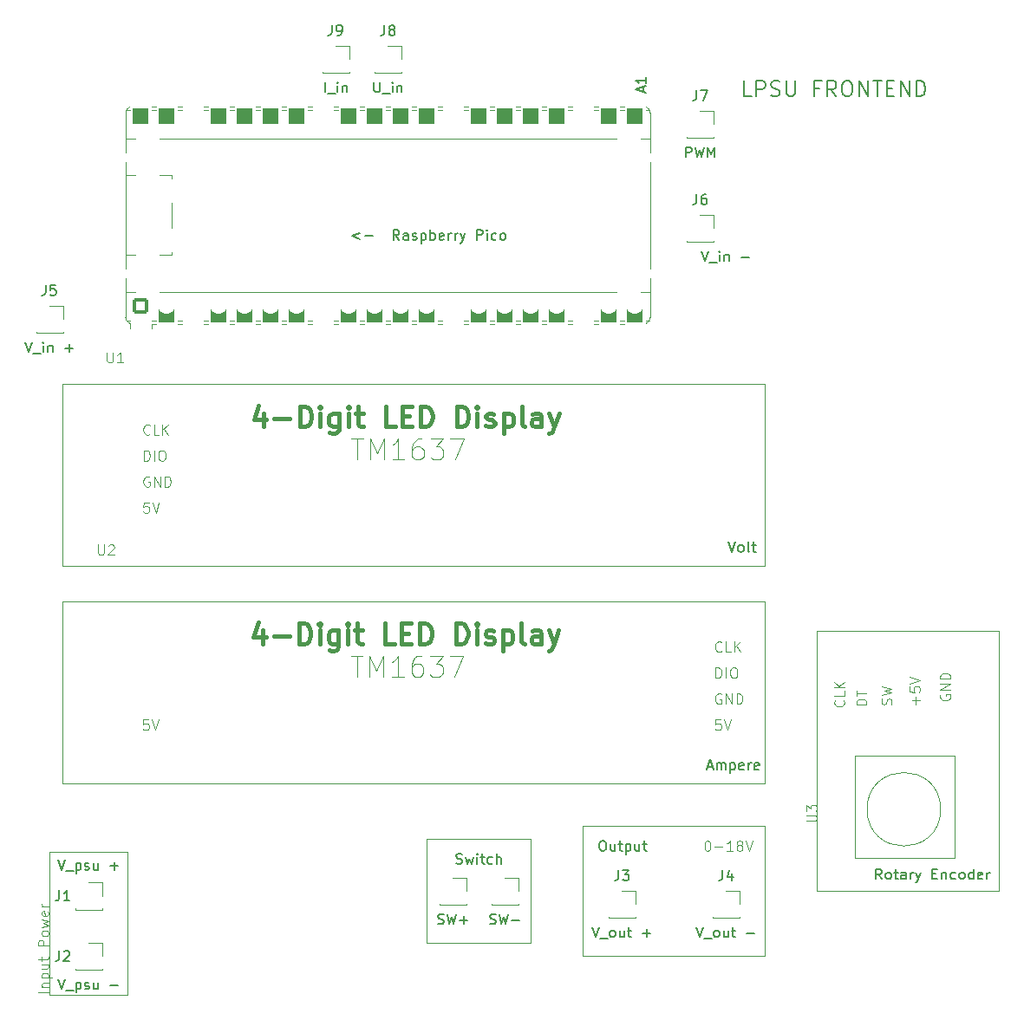
<source format=gto>
%TF.GenerationSoftware,KiCad,Pcbnew,9.0.2*%
%TF.CreationDate,2025-06-21T00:54:49+02:00*%
%TF.ProjectId,schaltung_labor_netzteil_display,73636861-6c74-4756-9e67-5f6c61626f72,rev?*%
%TF.SameCoordinates,Original*%
%TF.FileFunction,Legend,Top*%
%TF.FilePolarity,Positive*%
%FSLAX46Y46*%
G04 Gerber Fmt 4.6, Leading zero omitted, Abs format (unit mm)*
G04 Created by KiCad (PCBNEW 9.0.2) date 2025-06-21 00:54:49*
%MOMM*%
%LPD*%
G01*
G04 APERTURE LIST*
G04 Aperture macros list*
%AMRoundRect*
0 Rectangle with rounded corners*
0 $1 Rounding radius*
0 $2 $3 $4 $5 $6 $7 $8 $9 X,Y pos of 4 corners*
0 Add a 4 corners polygon primitive as box body*
4,1,4,$2,$3,$4,$5,$6,$7,$8,$9,$2,$3,0*
0 Add four circle primitives for the rounded corners*
1,1,$1+$1,$2,$3*
1,1,$1+$1,$4,$5*
1,1,$1+$1,$6,$7*
1,1,$1+$1,$8,$9*
0 Add four rect primitives between the rounded corners*
20,1,$1+$1,$2,$3,$4,$5,0*
20,1,$1+$1,$4,$5,$6,$7,0*
20,1,$1+$1,$6,$7,$8,$9,0*
20,1,$1+$1,$8,$9,$2,$3,0*%
%AMFreePoly0*
4,1,37,0.800000,0.796148,0.878414,0.796148,1.032228,0.765552,1.177117,0.705537,1.307515,0.618408,1.418408,0.507515,1.505537,0.377117,1.565552,0.232228,1.596148,0.078414,1.596148,-0.078414,1.565552,-0.232228,1.505537,-0.377117,1.418408,-0.507515,1.307515,-0.618408,1.177117,-0.705537,1.032228,-0.765552,0.878414,-0.796148,0.800000,-0.796148,0.800000,-0.800000,-1.400000,-0.800000,
-1.403843,-0.796157,-1.439018,-0.796157,-1.511114,-0.766294,-1.566294,-0.711114,-1.596157,-0.639018,-1.596157,-0.603843,-1.600000,-0.600000,-1.600000,0.600000,-1.596157,0.603843,-1.596157,0.639018,-1.566294,0.711114,-1.511114,0.766294,-1.439018,0.796157,-1.403843,0.796157,-1.400000,0.800000,0.800000,0.800000,0.800000,0.796148,0.800000,0.796148,$1*%
%AMFreePoly1*
4,1,37,1.403843,0.796157,1.439018,0.796157,1.511114,0.766294,1.566294,0.711114,1.596157,0.639018,1.596157,0.603843,1.600000,0.600000,1.600000,-0.600000,1.596157,-0.603843,1.596157,-0.639018,1.566294,-0.711114,1.511114,-0.766294,1.439018,-0.796157,1.403843,-0.796157,1.400000,-0.800000,-0.800000,-0.800000,-0.800000,-0.796148,-0.878414,-0.796148,-1.032228,-0.765552,-1.177117,-0.705537,
-1.307515,-0.618408,-1.418408,-0.507515,-1.505537,-0.377117,-1.565552,-0.232228,-1.596148,-0.078414,-1.596148,0.078414,-1.565552,0.232228,-1.505537,0.377117,-1.418408,0.507515,-1.307515,0.618408,-1.177117,0.705537,-1.032228,0.765552,-0.878414,0.796148,-0.800000,0.796148,-0.800000,0.800000,1.400000,0.800000,1.403843,0.796157,1.403843,0.796157,$1*%
%AMFreePoly2*
4,1,37,0.603843,0.796157,0.639018,0.796157,0.711114,0.766294,0.766294,0.711114,0.796157,0.639018,0.796157,0.603843,0.800000,0.600000,0.800000,-0.600000,0.796157,-0.603843,0.796157,-0.639018,0.766294,-0.711114,0.711114,-0.766294,0.639018,-0.796157,0.603843,-0.796157,0.600000,-0.800000,0.000000,-0.800000,0.000000,-0.796148,-0.078414,-0.796148,-0.232228,-0.765552,-0.377117,-0.705537,
-0.507515,-0.618408,-0.618408,-0.507515,-0.705537,-0.377117,-0.765552,-0.232228,-0.796148,-0.078414,-0.796148,0.078414,-0.765552,0.232228,-0.705537,0.377117,-0.618408,0.507515,-0.507515,0.618408,-0.377117,0.705537,-0.232228,0.765552,-0.078414,0.796148,0.000000,0.796148,0.000000,0.800000,0.600000,0.800000,0.603843,0.796157,0.603843,0.796157,$1*%
%AMFreePoly3*
4,1,37,0.000000,0.796148,0.078414,0.796148,0.232228,0.765552,0.377117,0.705537,0.507515,0.618408,0.618408,0.507515,0.705537,0.377117,0.765552,0.232228,0.796148,0.078414,0.796148,-0.078414,0.765552,-0.232228,0.705537,-0.377117,0.618408,-0.507515,0.507515,-0.618408,0.377117,-0.705537,0.232228,-0.765552,0.078414,-0.796148,0.000000,-0.796148,0.000000,-0.800000,-0.600000,-0.800000,
-0.603843,-0.796157,-0.639018,-0.796157,-0.711114,-0.766294,-0.766294,-0.711114,-0.796157,-0.639018,-0.796157,-0.603843,-0.800000,-0.600000,-0.800000,0.600000,-0.796157,0.603843,-0.796157,0.639018,-0.766294,0.711114,-0.711114,0.766294,-0.639018,0.796157,-0.603843,0.796157,-0.600000,0.800000,0.000000,0.800000,0.000000,0.796148,0.000000,0.796148,$1*%
G04 Aperture macros list end*
%ADD10C,0.100000*%
%ADD11C,0.200000*%
%ADD12C,0.150000*%
%ADD13C,0.187500*%
%ADD14C,0.400000*%
%ADD15C,0.120000*%
%ADD16R,1.700000X1.700000*%
%ADD17C,2.032000*%
%ADD18C,1.900000*%
%ADD19C,2.200000*%
%ADD20C,1.850000*%
%ADD21FreePoly0,90.000000*%
%ADD22RoundRect,0.200000X0.600000X-0.600000X0.600000X0.600000X-0.600000X0.600000X-0.600000X-0.600000X0*%
%ADD23RoundRect,0.800000X0.000010X-0.800000X0.000010X0.800000X-0.000010X0.800000X-0.000010X-0.800000X0*%
%ADD24C,1.600000*%
%ADD25FreePoly1,90.000000*%
%ADD26FreePoly2,90.000000*%
%ADD27FreePoly3,90.000000*%
G04 APERTURE END LIST*
D10*
X215900000Y-99060000D02*
X215900000Y-109220000D01*
X215900000Y-99060000D01*
X215900000Y-99060000D02*
X226060000Y-99060000D01*
X215900000Y-99060000D01*
X186690000Y-100330000D02*
X179070000Y-100330000D01*
X179070000Y-100330000D02*
X186690000Y-100330000D01*
X179070000Y-100330000D01*
X231140000Y-97790000D02*
X248920000Y-97790000D01*
X248920000Y-110490000D01*
X231140000Y-110490000D01*
X231140000Y-97790000D01*
X215900000Y-109220000D02*
X226060000Y-109220000D01*
X215900000Y-109220000D01*
X179070000Y-100330000D02*
X186690000Y-100330000D01*
X179070000Y-100330000D01*
X179070000Y-114300000D02*
X186690000Y-114300000D01*
X179070000Y-114300000D01*
X226060000Y-99060000D02*
X226060000Y-109220000D01*
X226060000Y-99060000D01*
X186690000Y-114300000D02*
X186690000Y-100330000D01*
X179070000Y-114300000D02*
X179070000Y-100330000D01*
D11*
X232970149Y-99197219D02*
X233160625Y-99197219D01*
X233160625Y-99197219D02*
X233255863Y-99244838D01*
X233255863Y-99244838D02*
X233351101Y-99340076D01*
X233351101Y-99340076D02*
X233398720Y-99530552D01*
X233398720Y-99530552D02*
X233398720Y-99863885D01*
X233398720Y-99863885D02*
X233351101Y-100054361D01*
X233351101Y-100054361D02*
X233255863Y-100149600D01*
X233255863Y-100149600D02*
X233160625Y-100197219D01*
X233160625Y-100197219D02*
X232970149Y-100197219D01*
X232970149Y-100197219D02*
X232874911Y-100149600D01*
X232874911Y-100149600D02*
X232779673Y-100054361D01*
X232779673Y-100054361D02*
X232732054Y-99863885D01*
X232732054Y-99863885D02*
X232732054Y-99530552D01*
X232732054Y-99530552D02*
X232779673Y-99340076D01*
X232779673Y-99340076D02*
X232874911Y-99244838D01*
X232874911Y-99244838D02*
X232970149Y-99197219D01*
X234255863Y-99530552D02*
X234255863Y-100197219D01*
X233827292Y-99530552D02*
X233827292Y-100054361D01*
X233827292Y-100054361D02*
X233874911Y-100149600D01*
X233874911Y-100149600D02*
X233970149Y-100197219D01*
X233970149Y-100197219D02*
X234113006Y-100197219D01*
X234113006Y-100197219D02*
X234208244Y-100149600D01*
X234208244Y-100149600D02*
X234255863Y-100101980D01*
X234589197Y-99530552D02*
X234970149Y-99530552D01*
X234732054Y-99197219D02*
X234732054Y-100054361D01*
X234732054Y-100054361D02*
X234779673Y-100149600D01*
X234779673Y-100149600D02*
X234874911Y-100197219D01*
X234874911Y-100197219D02*
X234970149Y-100197219D01*
X235303483Y-99530552D02*
X235303483Y-100530552D01*
X235303483Y-99578171D02*
X235398721Y-99530552D01*
X235398721Y-99530552D02*
X235589197Y-99530552D01*
X235589197Y-99530552D02*
X235684435Y-99578171D01*
X235684435Y-99578171D02*
X235732054Y-99625790D01*
X235732054Y-99625790D02*
X235779673Y-99721028D01*
X235779673Y-99721028D02*
X235779673Y-100006742D01*
X235779673Y-100006742D02*
X235732054Y-100101980D01*
X235732054Y-100101980D02*
X235684435Y-100149600D01*
X235684435Y-100149600D02*
X235589197Y-100197219D01*
X235589197Y-100197219D02*
X235398721Y-100197219D01*
X235398721Y-100197219D02*
X235303483Y-100149600D01*
X236636816Y-99530552D02*
X236636816Y-100197219D01*
X236208245Y-99530552D02*
X236208245Y-100054361D01*
X236208245Y-100054361D02*
X236255864Y-100149600D01*
X236255864Y-100149600D02*
X236351102Y-100197219D01*
X236351102Y-100197219D02*
X236493959Y-100197219D01*
X236493959Y-100197219D02*
X236589197Y-100149600D01*
X236589197Y-100149600D02*
X236636816Y-100101980D01*
X236970150Y-99530552D02*
X237351102Y-99530552D01*
X237113007Y-99197219D02*
X237113007Y-100054361D01*
X237113007Y-100054361D02*
X237160626Y-100149600D01*
X237160626Y-100149600D02*
X237255864Y-100197219D01*
X237255864Y-100197219D02*
X237351102Y-100197219D01*
X218762054Y-101419600D02*
X218904911Y-101467219D01*
X218904911Y-101467219D02*
X219143006Y-101467219D01*
X219143006Y-101467219D02*
X219238244Y-101419600D01*
X219238244Y-101419600D02*
X219285863Y-101371980D01*
X219285863Y-101371980D02*
X219333482Y-101276742D01*
X219333482Y-101276742D02*
X219333482Y-101181504D01*
X219333482Y-101181504D02*
X219285863Y-101086266D01*
X219285863Y-101086266D02*
X219238244Y-101038647D01*
X219238244Y-101038647D02*
X219143006Y-100991028D01*
X219143006Y-100991028D02*
X218952530Y-100943409D01*
X218952530Y-100943409D02*
X218857292Y-100895790D01*
X218857292Y-100895790D02*
X218809673Y-100848171D01*
X218809673Y-100848171D02*
X218762054Y-100752933D01*
X218762054Y-100752933D02*
X218762054Y-100657695D01*
X218762054Y-100657695D02*
X218809673Y-100562457D01*
X218809673Y-100562457D02*
X218857292Y-100514838D01*
X218857292Y-100514838D02*
X218952530Y-100467219D01*
X218952530Y-100467219D02*
X219190625Y-100467219D01*
X219190625Y-100467219D02*
X219333482Y-100514838D01*
X219666816Y-100800552D02*
X219857292Y-101467219D01*
X219857292Y-101467219D02*
X220047768Y-100991028D01*
X220047768Y-100991028D02*
X220238244Y-101467219D01*
X220238244Y-101467219D02*
X220428720Y-100800552D01*
X220809673Y-101467219D02*
X220809673Y-100800552D01*
X220809673Y-100467219D02*
X220762054Y-100514838D01*
X220762054Y-100514838D02*
X220809673Y-100562457D01*
X220809673Y-100562457D02*
X220857292Y-100514838D01*
X220857292Y-100514838D02*
X220809673Y-100467219D01*
X220809673Y-100467219D02*
X220809673Y-100562457D01*
X221143006Y-100800552D02*
X221523958Y-100800552D01*
X221285863Y-100467219D02*
X221285863Y-101324361D01*
X221285863Y-101324361D02*
X221333482Y-101419600D01*
X221333482Y-101419600D02*
X221428720Y-101467219D01*
X221428720Y-101467219D02*
X221523958Y-101467219D01*
X222285863Y-101419600D02*
X222190625Y-101467219D01*
X222190625Y-101467219D02*
X222000149Y-101467219D01*
X222000149Y-101467219D02*
X221904911Y-101419600D01*
X221904911Y-101419600D02*
X221857292Y-101371980D01*
X221857292Y-101371980D02*
X221809673Y-101276742D01*
X221809673Y-101276742D02*
X221809673Y-100991028D01*
X221809673Y-100991028D02*
X221857292Y-100895790D01*
X221857292Y-100895790D02*
X221904911Y-100848171D01*
X221904911Y-100848171D02*
X222000149Y-100800552D01*
X222000149Y-100800552D02*
X222190625Y-100800552D01*
X222190625Y-100800552D02*
X222285863Y-100848171D01*
X222714435Y-101467219D02*
X222714435Y-100467219D01*
X223143006Y-101467219D02*
X223143006Y-100943409D01*
X223143006Y-100943409D02*
X223095387Y-100848171D01*
X223095387Y-100848171D02*
X223000149Y-100800552D01*
X223000149Y-100800552D02*
X222857292Y-100800552D01*
X222857292Y-100800552D02*
X222762054Y-100848171D01*
X222762054Y-100848171D02*
X222714435Y-100895790D01*
D12*
X260313916Y-102957181D02*
X259980583Y-102480990D01*
X259742488Y-102957181D02*
X259742488Y-101957181D01*
X259742488Y-101957181D02*
X260123440Y-101957181D01*
X260123440Y-101957181D02*
X260218678Y-102004800D01*
X260218678Y-102004800D02*
X260266297Y-102052419D01*
X260266297Y-102052419D02*
X260313916Y-102147657D01*
X260313916Y-102147657D02*
X260313916Y-102290514D01*
X260313916Y-102290514D02*
X260266297Y-102385752D01*
X260266297Y-102385752D02*
X260218678Y-102433371D01*
X260218678Y-102433371D02*
X260123440Y-102480990D01*
X260123440Y-102480990D02*
X259742488Y-102480990D01*
X260885345Y-102957181D02*
X260790107Y-102909562D01*
X260790107Y-102909562D02*
X260742488Y-102861942D01*
X260742488Y-102861942D02*
X260694869Y-102766704D01*
X260694869Y-102766704D02*
X260694869Y-102480990D01*
X260694869Y-102480990D02*
X260742488Y-102385752D01*
X260742488Y-102385752D02*
X260790107Y-102338133D01*
X260790107Y-102338133D02*
X260885345Y-102290514D01*
X260885345Y-102290514D02*
X261028202Y-102290514D01*
X261028202Y-102290514D02*
X261123440Y-102338133D01*
X261123440Y-102338133D02*
X261171059Y-102385752D01*
X261171059Y-102385752D02*
X261218678Y-102480990D01*
X261218678Y-102480990D02*
X261218678Y-102766704D01*
X261218678Y-102766704D02*
X261171059Y-102861942D01*
X261171059Y-102861942D02*
X261123440Y-102909562D01*
X261123440Y-102909562D02*
X261028202Y-102957181D01*
X261028202Y-102957181D02*
X260885345Y-102957181D01*
X261504393Y-102290514D02*
X261885345Y-102290514D01*
X261647250Y-101957181D02*
X261647250Y-102814323D01*
X261647250Y-102814323D02*
X261694869Y-102909562D01*
X261694869Y-102909562D02*
X261790107Y-102957181D01*
X261790107Y-102957181D02*
X261885345Y-102957181D01*
X262647250Y-102957181D02*
X262647250Y-102433371D01*
X262647250Y-102433371D02*
X262599631Y-102338133D01*
X262599631Y-102338133D02*
X262504393Y-102290514D01*
X262504393Y-102290514D02*
X262313917Y-102290514D01*
X262313917Y-102290514D02*
X262218679Y-102338133D01*
X262647250Y-102909562D02*
X262552012Y-102957181D01*
X262552012Y-102957181D02*
X262313917Y-102957181D01*
X262313917Y-102957181D02*
X262218679Y-102909562D01*
X262218679Y-102909562D02*
X262171060Y-102814323D01*
X262171060Y-102814323D02*
X262171060Y-102719085D01*
X262171060Y-102719085D02*
X262218679Y-102623847D01*
X262218679Y-102623847D02*
X262313917Y-102576228D01*
X262313917Y-102576228D02*
X262552012Y-102576228D01*
X262552012Y-102576228D02*
X262647250Y-102528609D01*
X263123441Y-102957181D02*
X263123441Y-102290514D01*
X263123441Y-102480990D02*
X263171060Y-102385752D01*
X263171060Y-102385752D02*
X263218679Y-102338133D01*
X263218679Y-102338133D02*
X263313917Y-102290514D01*
X263313917Y-102290514D02*
X263409155Y-102290514D01*
X263647251Y-102290514D02*
X263885346Y-102957181D01*
X264123441Y-102290514D02*
X263885346Y-102957181D01*
X263885346Y-102957181D02*
X263790108Y-103195276D01*
X263790108Y-103195276D02*
X263742489Y-103242895D01*
X263742489Y-103242895D02*
X263647251Y-103290514D01*
X265266299Y-102433371D02*
X265599632Y-102433371D01*
X265742489Y-102957181D02*
X265266299Y-102957181D01*
X265266299Y-102957181D02*
X265266299Y-101957181D01*
X265266299Y-101957181D02*
X265742489Y-101957181D01*
X266171061Y-102290514D02*
X266171061Y-102957181D01*
X266171061Y-102385752D02*
X266218680Y-102338133D01*
X266218680Y-102338133D02*
X266313918Y-102290514D01*
X266313918Y-102290514D02*
X266456775Y-102290514D01*
X266456775Y-102290514D02*
X266552013Y-102338133D01*
X266552013Y-102338133D02*
X266599632Y-102433371D01*
X266599632Y-102433371D02*
X266599632Y-102957181D01*
X267504394Y-102909562D02*
X267409156Y-102957181D01*
X267409156Y-102957181D02*
X267218680Y-102957181D01*
X267218680Y-102957181D02*
X267123442Y-102909562D01*
X267123442Y-102909562D02*
X267075823Y-102861942D01*
X267075823Y-102861942D02*
X267028204Y-102766704D01*
X267028204Y-102766704D02*
X267028204Y-102480990D01*
X267028204Y-102480990D02*
X267075823Y-102385752D01*
X267075823Y-102385752D02*
X267123442Y-102338133D01*
X267123442Y-102338133D02*
X267218680Y-102290514D01*
X267218680Y-102290514D02*
X267409156Y-102290514D01*
X267409156Y-102290514D02*
X267504394Y-102338133D01*
X268075823Y-102957181D02*
X267980585Y-102909562D01*
X267980585Y-102909562D02*
X267932966Y-102861942D01*
X267932966Y-102861942D02*
X267885347Y-102766704D01*
X267885347Y-102766704D02*
X267885347Y-102480990D01*
X267885347Y-102480990D02*
X267932966Y-102385752D01*
X267932966Y-102385752D02*
X267980585Y-102338133D01*
X267980585Y-102338133D02*
X268075823Y-102290514D01*
X268075823Y-102290514D02*
X268218680Y-102290514D01*
X268218680Y-102290514D02*
X268313918Y-102338133D01*
X268313918Y-102338133D02*
X268361537Y-102385752D01*
X268361537Y-102385752D02*
X268409156Y-102480990D01*
X268409156Y-102480990D02*
X268409156Y-102766704D01*
X268409156Y-102766704D02*
X268361537Y-102861942D01*
X268361537Y-102861942D02*
X268313918Y-102909562D01*
X268313918Y-102909562D02*
X268218680Y-102957181D01*
X268218680Y-102957181D02*
X268075823Y-102957181D01*
X269266299Y-102957181D02*
X269266299Y-101957181D01*
X269266299Y-102909562D02*
X269171061Y-102957181D01*
X269171061Y-102957181D02*
X268980585Y-102957181D01*
X268980585Y-102957181D02*
X268885347Y-102909562D01*
X268885347Y-102909562D02*
X268837728Y-102861942D01*
X268837728Y-102861942D02*
X268790109Y-102766704D01*
X268790109Y-102766704D02*
X268790109Y-102480990D01*
X268790109Y-102480990D02*
X268837728Y-102385752D01*
X268837728Y-102385752D02*
X268885347Y-102338133D01*
X268885347Y-102338133D02*
X268980585Y-102290514D01*
X268980585Y-102290514D02*
X269171061Y-102290514D01*
X269171061Y-102290514D02*
X269266299Y-102338133D01*
X270123442Y-102909562D02*
X270028204Y-102957181D01*
X270028204Y-102957181D02*
X269837728Y-102957181D01*
X269837728Y-102957181D02*
X269742490Y-102909562D01*
X269742490Y-102909562D02*
X269694871Y-102814323D01*
X269694871Y-102814323D02*
X269694871Y-102433371D01*
X269694871Y-102433371D02*
X269742490Y-102338133D01*
X269742490Y-102338133D02*
X269837728Y-102290514D01*
X269837728Y-102290514D02*
X270028204Y-102290514D01*
X270028204Y-102290514D02*
X270123442Y-102338133D01*
X270123442Y-102338133D02*
X270171061Y-102433371D01*
X270171061Y-102433371D02*
X270171061Y-102528609D01*
X270171061Y-102528609D02*
X269694871Y-102623847D01*
X270599633Y-102957181D02*
X270599633Y-102290514D01*
X270599633Y-102480990D02*
X270647252Y-102385752D01*
X270647252Y-102385752D02*
X270694871Y-102338133D01*
X270694871Y-102338133D02*
X270790109Y-102290514D01*
X270790109Y-102290514D02*
X270885347Y-102290514D01*
D10*
X178942419Y-113996115D02*
X177942419Y-113996115D01*
X178275752Y-113519925D02*
X178942419Y-113519925D01*
X178370990Y-113519925D02*
X178323371Y-113472306D01*
X178323371Y-113472306D02*
X178275752Y-113377068D01*
X178275752Y-113377068D02*
X178275752Y-113234211D01*
X178275752Y-113234211D02*
X178323371Y-113138973D01*
X178323371Y-113138973D02*
X178418609Y-113091354D01*
X178418609Y-113091354D02*
X178942419Y-113091354D01*
X178275752Y-112615163D02*
X179275752Y-112615163D01*
X178323371Y-112615163D02*
X178275752Y-112519925D01*
X178275752Y-112519925D02*
X178275752Y-112329449D01*
X178275752Y-112329449D02*
X178323371Y-112234211D01*
X178323371Y-112234211D02*
X178370990Y-112186592D01*
X178370990Y-112186592D02*
X178466228Y-112138973D01*
X178466228Y-112138973D02*
X178751942Y-112138973D01*
X178751942Y-112138973D02*
X178847180Y-112186592D01*
X178847180Y-112186592D02*
X178894800Y-112234211D01*
X178894800Y-112234211D02*
X178942419Y-112329449D01*
X178942419Y-112329449D02*
X178942419Y-112519925D01*
X178942419Y-112519925D02*
X178894800Y-112615163D01*
X178275752Y-111281830D02*
X178942419Y-111281830D01*
X178275752Y-111710401D02*
X178799561Y-111710401D01*
X178799561Y-111710401D02*
X178894800Y-111662782D01*
X178894800Y-111662782D02*
X178942419Y-111567544D01*
X178942419Y-111567544D02*
X178942419Y-111424687D01*
X178942419Y-111424687D02*
X178894800Y-111329449D01*
X178894800Y-111329449D02*
X178847180Y-111281830D01*
X178275752Y-110948496D02*
X178275752Y-110567544D01*
X177942419Y-110805639D02*
X178799561Y-110805639D01*
X178799561Y-110805639D02*
X178894800Y-110758020D01*
X178894800Y-110758020D02*
X178942419Y-110662782D01*
X178942419Y-110662782D02*
X178942419Y-110567544D01*
X178942419Y-109472305D02*
X177942419Y-109472305D01*
X177942419Y-109472305D02*
X177942419Y-109091353D01*
X177942419Y-109091353D02*
X177990038Y-108996115D01*
X177990038Y-108996115D02*
X178037657Y-108948496D01*
X178037657Y-108948496D02*
X178132895Y-108900877D01*
X178132895Y-108900877D02*
X178275752Y-108900877D01*
X178275752Y-108900877D02*
X178370990Y-108948496D01*
X178370990Y-108948496D02*
X178418609Y-108996115D01*
X178418609Y-108996115D02*
X178466228Y-109091353D01*
X178466228Y-109091353D02*
X178466228Y-109472305D01*
X178942419Y-108329448D02*
X178894800Y-108424686D01*
X178894800Y-108424686D02*
X178847180Y-108472305D01*
X178847180Y-108472305D02*
X178751942Y-108519924D01*
X178751942Y-108519924D02*
X178466228Y-108519924D01*
X178466228Y-108519924D02*
X178370990Y-108472305D01*
X178370990Y-108472305D02*
X178323371Y-108424686D01*
X178323371Y-108424686D02*
X178275752Y-108329448D01*
X178275752Y-108329448D02*
X178275752Y-108186591D01*
X178275752Y-108186591D02*
X178323371Y-108091353D01*
X178323371Y-108091353D02*
X178370990Y-108043734D01*
X178370990Y-108043734D02*
X178466228Y-107996115D01*
X178466228Y-107996115D02*
X178751942Y-107996115D01*
X178751942Y-107996115D02*
X178847180Y-108043734D01*
X178847180Y-108043734D02*
X178894800Y-108091353D01*
X178894800Y-108091353D02*
X178942419Y-108186591D01*
X178942419Y-108186591D02*
X178942419Y-108329448D01*
X178275752Y-107662781D02*
X178942419Y-107472305D01*
X178942419Y-107472305D02*
X178466228Y-107281829D01*
X178466228Y-107281829D02*
X178942419Y-107091353D01*
X178942419Y-107091353D02*
X178275752Y-106900877D01*
X178894800Y-106138972D02*
X178942419Y-106234210D01*
X178942419Y-106234210D02*
X178942419Y-106424686D01*
X178942419Y-106424686D02*
X178894800Y-106519924D01*
X178894800Y-106519924D02*
X178799561Y-106567543D01*
X178799561Y-106567543D02*
X178418609Y-106567543D01*
X178418609Y-106567543D02*
X178323371Y-106519924D01*
X178323371Y-106519924D02*
X178275752Y-106424686D01*
X178275752Y-106424686D02*
X178275752Y-106234210D01*
X178275752Y-106234210D02*
X178323371Y-106138972D01*
X178323371Y-106138972D02*
X178418609Y-106091353D01*
X178418609Y-106091353D02*
X178513847Y-106091353D01*
X178513847Y-106091353D02*
X178609085Y-106567543D01*
X178942419Y-105662781D02*
X178275752Y-105662781D01*
X178466228Y-105662781D02*
X178370990Y-105615162D01*
X178370990Y-105615162D02*
X178323371Y-105567543D01*
X178323371Y-105567543D02*
X178275752Y-105472305D01*
X178275752Y-105472305D02*
X178275752Y-105377067D01*
D13*
X247574783Y-26476678D02*
X246860497Y-26476678D01*
X246860497Y-26476678D02*
X246860497Y-24976678D01*
X248074783Y-26476678D02*
X248074783Y-24976678D01*
X248074783Y-24976678D02*
X248646212Y-24976678D01*
X248646212Y-24976678D02*
X248789069Y-25048107D01*
X248789069Y-25048107D02*
X248860498Y-25119535D01*
X248860498Y-25119535D02*
X248931926Y-25262392D01*
X248931926Y-25262392D02*
X248931926Y-25476678D01*
X248931926Y-25476678D02*
X248860498Y-25619535D01*
X248860498Y-25619535D02*
X248789069Y-25690964D01*
X248789069Y-25690964D02*
X248646212Y-25762392D01*
X248646212Y-25762392D02*
X248074783Y-25762392D01*
X249503355Y-26405250D02*
X249717641Y-26476678D01*
X249717641Y-26476678D02*
X250074783Y-26476678D01*
X250074783Y-26476678D02*
X250217641Y-26405250D01*
X250217641Y-26405250D02*
X250289069Y-26333821D01*
X250289069Y-26333821D02*
X250360498Y-26190964D01*
X250360498Y-26190964D02*
X250360498Y-26048107D01*
X250360498Y-26048107D02*
X250289069Y-25905250D01*
X250289069Y-25905250D02*
X250217641Y-25833821D01*
X250217641Y-25833821D02*
X250074783Y-25762392D01*
X250074783Y-25762392D02*
X249789069Y-25690964D01*
X249789069Y-25690964D02*
X249646212Y-25619535D01*
X249646212Y-25619535D02*
X249574783Y-25548107D01*
X249574783Y-25548107D02*
X249503355Y-25405250D01*
X249503355Y-25405250D02*
X249503355Y-25262392D01*
X249503355Y-25262392D02*
X249574783Y-25119535D01*
X249574783Y-25119535D02*
X249646212Y-25048107D01*
X249646212Y-25048107D02*
X249789069Y-24976678D01*
X249789069Y-24976678D02*
X250146212Y-24976678D01*
X250146212Y-24976678D02*
X250360498Y-25048107D01*
X251003354Y-24976678D02*
X251003354Y-26190964D01*
X251003354Y-26190964D02*
X251074783Y-26333821D01*
X251074783Y-26333821D02*
X251146212Y-26405250D01*
X251146212Y-26405250D02*
X251289069Y-26476678D01*
X251289069Y-26476678D02*
X251574783Y-26476678D01*
X251574783Y-26476678D02*
X251717640Y-26405250D01*
X251717640Y-26405250D02*
X251789069Y-26333821D01*
X251789069Y-26333821D02*
X251860497Y-26190964D01*
X251860497Y-26190964D02*
X251860497Y-24976678D01*
X254217640Y-25690964D02*
X253717640Y-25690964D01*
X253717640Y-26476678D02*
X253717640Y-24976678D01*
X253717640Y-24976678D02*
X254431926Y-24976678D01*
X255860497Y-26476678D02*
X255360497Y-25762392D01*
X255003354Y-26476678D02*
X255003354Y-24976678D01*
X255003354Y-24976678D02*
X255574783Y-24976678D01*
X255574783Y-24976678D02*
X255717640Y-25048107D01*
X255717640Y-25048107D02*
X255789069Y-25119535D01*
X255789069Y-25119535D02*
X255860497Y-25262392D01*
X255860497Y-25262392D02*
X255860497Y-25476678D01*
X255860497Y-25476678D02*
X255789069Y-25619535D01*
X255789069Y-25619535D02*
X255717640Y-25690964D01*
X255717640Y-25690964D02*
X255574783Y-25762392D01*
X255574783Y-25762392D02*
X255003354Y-25762392D01*
X256789069Y-24976678D02*
X257074783Y-24976678D01*
X257074783Y-24976678D02*
X257217640Y-25048107D01*
X257217640Y-25048107D02*
X257360497Y-25190964D01*
X257360497Y-25190964D02*
X257431926Y-25476678D01*
X257431926Y-25476678D02*
X257431926Y-25976678D01*
X257431926Y-25976678D02*
X257360497Y-26262392D01*
X257360497Y-26262392D02*
X257217640Y-26405250D01*
X257217640Y-26405250D02*
X257074783Y-26476678D01*
X257074783Y-26476678D02*
X256789069Y-26476678D01*
X256789069Y-26476678D02*
X256646212Y-26405250D01*
X256646212Y-26405250D02*
X256503354Y-26262392D01*
X256503354Y-26262392D02*
X256431926Y-25976678D01*
X256431926Y-25976678D02*
X256431926Y-25476678D01*
X256431926Y-25476678D02*
X256503354Y-25190964D01*
X256503354Y-25190964D02*
X256646212Y-25048107D01*
X256646212Y-25048107D02*
X256789069Y-24976678D01*
X258074783Y-26476678D02*
X258074783Y-24976678D01*
X258074783Y-24976678D02*
X258931926Y-26476678D01*
X258931926Y-26476678D02*
X258931926Y-24976678D01*
X259431927Y-24976678D02*
X260289070Y-24976678D01*
X259860498Y-26476678D02*
X259860498Y-24976678D01*
X260789069Y-25690964D02*
X261289069Y-25690964D01*
X261503355Y-26476678D02*
X260789069Y-26476678D01*
X260789069Y-26476678D02*
X260789069Y-24976678D01*
X260789069Y-24976678D02*
X261503355Y-24976678D01*
X262146212Y-26476678D02*
X262146212Y-24976678D01*
X262146212Y-24976678D02*
X263003355Y-26476678D01*
X263003355Y-26476678D02*
X263003355Y-24976678D01*
X263717641Y-26476678D02*
X263717641Y-24976678D01*
X263717641Y-24976678D02*
X264074784Y-24976678D01*
X264074784Y-24976678D02*
X264289070Y-25048107D01*
X264289070Y-25048107D02*
X264431927Y-25190964D01*
X264431927Y-25190964D02*
X264503356Y-25333821D01*
X264503356Y-25333821D02*
X264574784Y-25619535D01*
X264574784Y-25619535D02*
X264574784Y-25833821D01*
X264574784Y-25833821D02*
X264503356Y-26119535D01*
X264503356Y-26119535D02*
X264431927Y-26262392D01*
X264431927Y-26262392D02*
X264289070Y-26405250D01*
X264289070Y-26405250D02*
X264074784Y-26476678D01*
X264074784Y-26476678D02*
X263717641Y-26476678D01*
D12*
X209378684Y-39843152D02*
X208616779Y-40128866D01*
X208616779Y-40128866D02*
X209378684Y-40414580D01*
X209854874Y-40128866D02*
X210616779Y-40128866D01*
X213188207Y-40509819D02*
X212854874Y-40033628D01*
X212616779Y-40509819D02*
X212616779Y-39509819D01*
X212616779Y-39509819D02*
X212997731Y-39509819D01*
X212997731Y-39509819D02*
X213092969Y-39557438D01*
X213092969Y-39557438D02*
X213140588Y-39605057D01*
X213140588Y-39605057D02*
X213188207Y-39700295D01*
X213188207Y-39700295D02*
X213188207Y-39843152D01*
X213188207Y-39843152D02*
X213140588Y-39938390D01*
X213140588Y-39938390D02*
X213092969Y-39986009D01*
X213092969Y-39986009D02*
X212997731Y-40033628D01*
X212997731Y-40033628D02*
X212616779Y-40033628D01*
X214045350Y-40509819D02*
X214045350Y-39986009D01*
X214045350Y-39986009D02*
X213997731Y-39890771D01*
X213997731Y-39890771D02*
X213902493Y-39843152D01*
X213902493Y-39843152D02*
X213712017Y-39843152D01*
X213712017Y-39843152D02*
X213616779Y-39890771D01*
X214045350Y-40462200D02*
X213950112Y-40509819D01*
X213950112Y-40509819D02*
X213712017Y-40509819D01*
X213712017Y-40509819D02*
X213616779Y-40462200D01*
X213616779Y-40462200D02*
X213569160Y-40366961D01*
X213569160Y-40366961D02*
X213569160Y-40271723D01*
X213569160Y-40271723D02*
X213616779Y-40176485D01*
X213616779Y-40176485D02*
X213712017Y-40128866D01*
X213712017Y-40128866D02*
X213950112Y-40128866D01*
X213950112Y-40128866D02*
X214045350Y-40081247D01*
X214473922Y-40462200D02*
X214569160Y-40509819D01*
X214569160Y-40509819D02*
X214759636Y-40509819D01*
X214759636Y-40509819D02*
X214854874Y-40462200D01*
X214854874Y-40462200D02*
X214902493Y-40366961D01*
X214902493Y-40366961D02*
X214902493Y-40319342D01*
X214902493Y-40319342D02*
X214854874Y-40224104D01*
X214854874Y-40224104D02*
X214759636Y-40176485D01*
X214759636Y-40176485D02*
X214616779Y-40176485D01*
X214616779Y-40176485D02*
X214521541Y-40128866D01*
X214521541Y-40128866D02*
X214473922Y-40033628D01*
X214473922Y-40033628D02*
X214473922Y-39986009D01*
X214473922Y-39986009D02*
X214521541Y-39890771D01*
X214521541Y-39890771D02*
X214616779Y-39843152D01*
X214616779Y-39843152D02*
X214759636Y-39843152D01*
X214759636Y-39843152D02*
X214854874Y-39890771D01*
X215331065Y-39843152D02*
X215331065Y-40843152D01*
X215331065Y-39890771D02*
X215426303Y-39843152D01*
X215426303Y-39843152D02*
X215616779Y-39843152D01*
X215616779Y-39843152D02*
X215712017Y-39890771D01*
X215712017Y-39890771D02*
X215759636Y-39938390D01*
X215759636Y-39938390D02*
X215807255Y-40033628D01*
X215807255Y-40033628D02*
X215807255Y-40319342D01*
X215807255Y-40319342D02*
X215759636Y-40414580D01*
X215759636Y-40414580D02*
X215712017Y-40462200D01*
X215712017Y-40462200D02*
X215616779Y-40509819D01*
X215616779Y-40509819D02*
X215426303Y-40509819D01*
X215426303Y-40509819D02*
X215331065Y-40462200D01*
X216235827Y-40509819D02*
X216235827Y-39509819D01*
X216235827Y-39890771D02*
X216331065Y-39843152D01*
X216331065Y-39843152D02*
X216521541Y-39843152D01*
X216521541Y-39843152D02*
X216616779Y-39890771D01*
X216616779Y-39890771D02*
X216664398Y-39938390D01*
X216664398Y-39938390D02*
X216712017Y-40033628D01*
X216712017Y-40033628D02*
X216712017Y-40319342D01*
X216712017Y-40319342D02*
X216664398Y-40414580D01*
X216664398Y-40414580D02*
X216616779Y-40462200D01*
X216616779Y-40462200D02*
X216521541Y-40509819D01*
X216521541Y-40509819D02*
X216331065Y-40509819D01*
X216331065Y-40509819D02*
X216235827Y-40462200D01*
X217521541Y-40462200D02*
X217426303Y-40509819D01*
X217426303Y-40509819D02*
X217235827Y-40509819D01*
X217235827Y-40509819D02*
X217140589Y-40462200D01*
X217140589Y-40462200D02*
X217092970Y-40366961D01*
X217092970Y-40366961D02*
X217092970Y-39986009D01*
X217092970Y-39986009D02*
X217140589Y-39890771D01*
X217140589Y-39890771D02*
X217235827Y-39843152D01*
X217235827Y-39843152D02*
X217426303Y-39843152D01*
X217426303Y-39843152D02*
X217521541Y-39890771D01*
X217521541Y-39890771D02*
X217569160Y-39986009D01*
X217569160Y-39986009D02*
X217569160Y-40081247D01*
X217569160Y-40081247D02*
X217092970Y-40176485D01*
X217997732Y-40509819D02*
X217997732Y-39843152D01*
X217997732Y-40033628D02*
X218045351Y-39938390D01*
X218045351Y-39938390D02*
X218092970Y-39890771D01*
X218092970Y-39890771D02*
X218188208Y-39843152D01*
X218188208Y-39843152D02*
X218283446Y-39843152D01*
X218616780Y-40509819D02*
X218616780Y-39843152D01*
X218616780Y-40033628D02*
X218664399Y-39938390D01*
X218664399Y-39938390D02*
X218712018Y-39890771D01*
X218712018Y-39890771D02*
X218807256Y-39843152D01*
X218807256Y-39843152D02*
X218902494Y-39843152D01*
X219140590Y-39843152D02*
X219378685Y-40509819D01*
X219616780Y-39843152D02*
X219378685Y-40509819D01*
X219378685Y-40509819D02*
X219283447Y-40747914D01*
X219283447Y-40747914D02*
X219235828Y-40795533D01*
X219235828Y-40795533D02*
X219140590Y-40843152D01*
X220759638Y-40509819D02*
X220759638Y-39509819D01*
X220759638Y-39509819D02*
X221140590Y-39509819D01*
X221140590Y-39509819D02*
X221235828Y-39557438D01*
X221235828Y-39557438D02*
X221283447Y-39605057D01*
X221283447Y-39605057D02*
X221331066Y-39700295D01*
X221331066Y-39700295D02*
X221331066Y-39843152D01*
X221331066Y-39843152D02*
X221283447Y-39938390D01*
X221283447Y-39938390D02*
X221235828Y-39986009D01*
X221235828Y-39986009D02*
X221140590Y-40033628D01*
X221140590Y-40033628D02*
X220759638Y-40033628D01*
X221759638Y-40509819D02*
X221759638Y-39843152D01*
X221759638Y-39509819D02*
X221712019Y-39557438D01*
X221712019Y-39557438D02*
X221759638Y-39605057D01*
X221759638Y-39605057D02*
X221807257Y-39557438D01*
X221807257Y-39557438D02*
X221759638Y-39509819D01*
X221759638Y-39509819D02*
X221759638Y-39605057D01*
X222664399Y-40462200D02*
X222569161Y-40509819D01*
X222569161Y-40509819D02*
X222378685Y-40509819D01*
X222378685Y-40509819D02*
X222283447Y-40462200D01*
X222283447Y-40462200D02*
X222235828Y-40414580D01*
X222235828Y-40414580D02*
X222188209Y-40319342D01*
X222188209Y-40319342D02*
X222188209Y-40033628D01*
X222188209Y-40033628D02*
X222235828Y-39938390D01*
X222235828Y-39938390D02*
X222283447Y-39890771D01*
X222283447Y-39890771D02*
X222378685Y-39843152D01*
X222378685Y-39843152D02*
X222569161Y-39843152D01*
X222569161Y-39843152D02*
X222664399Y-39890771D01*
X223235828Y-40509819D02*
X223140590Y-40462200D01*
X223140590Y-40462200D02*
X223092971Y-40414580D01*
X223092971Y-40414580D02*
X223045352Y-40319342D01*
X223045352Y-40319342D02*
X223045352Y-40033628D01*
X223045352Y-40033628D02*
X223092971Y-39938390D01*
X223092971Y-39938390D02*
X223140590Y-39890771D01*
X223140590Y-39890771D02*
X223235828Y-39843152D01*
X223235828Y-39843152D02*
X223378685Y-39843152D01*
X223378685Y-39843152D02*
X223473923Y-39890771D01*
X223473923Y-39890771D02*
X223521542Y-39938390D01*
X223521542Y-39938390D02*
X223569161Y-40033628D01*
X223569161Y-40033628D02*
X223569161Y-40319342D01*
X223569161Y-40319342D02*
X223521542Y-40414580D01*
X223521542Y-40414580D02*
X223473923Y-40462200D01*
X223473923Y-40462200D02*
X223378685Y-40509819D01*
X223378685Y-40509819D02*
X223235828Y-40509819D01*
D11*
X245336816Y-69987219D02*
X245670149Y-70987219D01*
X245670149Y-70987219D02*
X246003482Y-69987219D01*
X246479673Y-70987219D02*
X246384435Y-70939600D01*
X246384435Y-70939600D02*
X246336816Y-70891980D01*
X246336816Y-70891980D02*
X246289197Y-70796742D01*
X246289197Y-70796742D02*
X246289197Y-70511028D01*
X246289197Y-70511028D02*
X246336816Y-70415790D01*
X246336816Y-70415790D02*
X246384435Y-70368171D01*
X246384435Y-70368171D02*
X246479673Y-70320552D01*
X246479673Y-70320552D02*
X246622530Y-70320552D01*
X246622530Y-70320552D02*
X246717768Y-70368171D01*
X246717768Y-70368171D02*
X246765387Y-70415790D01*
X246765387Y-70415790D02*
X246813006Y-70511028D01*
X246813006Y-70511028D02*
X246813006Y-70796742D01*
X246813006Y-70796742D02*
X246765387Y-70891980D01*
X246765387Y-70891980D02*
X246717768Y-70939600D01*
X246717768Y-70939600D02*
X246622530Y-70987219D01*
X246622530Y-70987219D02*
X246479673Y-70987219D01*
X247384435Y-70987219D02*
X247289197Y-70939600D01*
X247289197Y-70939600D02*
X247241578Y-70844361D01*
X247241578Y-70844361D02*
X247241578Y-69987219D01*
X247622531Y-70320552D02*
X248003483Y-70320552D01*
X247765388Y-69987219D02*
X247765388Y-70844361D01*
X247765388Y-70844361D02*
X247813007Y-70939600D01*
X247813007Y-70939600D02*
X247908245Y-70987219D01*
X247908245Y-70987219D02*
X248003483Y-70987219D01*
X243291494Y-91991824D02*
X243767684Y-91991824D01*
X243196256Y-92277539D02*
X243529589Y-91277539D01*
X243529589Y-91277539D02*
X243862922Y-92277539D01*
X244196256Y-92277539D02*
X244196256Y-91610872D01*
X244196256Y-91706110D02*
X244243875Y-91658491D01*
X244243875Y-91658491D02*
X244339113Y-91610872D01*
X244339113Y-91610872D02*
X244481970Y-91610872D01*
X244481970Y-91610872D02*
X244577208Y-91658491D01*
X244577208Y-91658491D02*
X244624827Y-91753729D01*
X244624827Y-91753729D02*
X244624827Y-92277539D01*
X244624827Y-91753729D02*
X244672446Y-91658491D01*
X244672446Y-91658491D02*
X244767684Y-91610872D01*
X244767684Y-91610872D02*
X244910541Y-91610872D01*
X244910541Y-91610872D02*
X245005780Y-91658491D01*
X245005780Y-91658491D02*
X245053399Y-91753729D01*
X245053399Y-91753729D02*
X245053399Y-92277539D01*
X245529589Y-91610872D02*
X245529589Y-92610872D01*
X245529589Y-91658491D02*
X245624827Y-91610872D01*
X245624827Y-91610872D02*
X245815303Y-91610872D01*
X245815303Y-91610872D02*
X245910541Y-91658491D01*
X245910541Y-91658491D02*
X245958160Y-91706110D01*
X245958160Y-91706110D02*
X246005779Y-91801348D01*
X246005779Y-91801348D02*
X246005779Y-92087062D01*
X246005779Y-92087062D02*
X245958160Y-92182300D01*
X245958160Y-92182300D02*
X245910541Y-92229920D01*
X245910541Y-92229920D02*
X245815303Y-92277539D01*
X245815303Y-92277539D02*
X245624827Y-92277539D01*
X245624827Y-92277539D02*
X245529589Y-92229920D01*
X246815303Y-92229920D02*
X246720065Y-92277539D01*
X246720065Y-92277539D02*
X246529589Y-92277539D01*
X246529589Y-92277539D02*
X246434351Y-92229920D01*
X246434351Y-92229920D02*
X246386732Y-92134681D01*
X246386732Y-92134681D02*
X246386732Y-91753729D01*
X246386732Y-91753729D02*
X246434351Y-91658491D01*
X246434351Y-91658491D02*
X246529589Y-91610872D01*
X246529589Y-91610872D02*
X246720065Y-91610872D01*
X246720065Y-91610872D02*
X246815303Y-91658491D01*
X246815303Y-91658491D02*
X246862922Y-91753729D01*
X246862922Y-91753729D02*
X246862922Y-91848967D01*
X246862922Y-91848967D02*
X246386732Y-91944205D01*
X247291494Y-92277539D02*
X247291494Y-91610872D01*
X247291494Y-91801348D02*
X247339113Y-91706110D01*
X247339113Y-91706110D02*
X247386732Y-91658491D01*
X247386732Y-91658491D02*
X247481970Y-91610872D01*
X247481970Y-91610872D02*
X247577208Y-91610872D01*
X248291494Y-92229920D02*
X248196256Y-92277539D01*
X248196256Y-92277539D02*
X248005780Y-92277539D01*
X248005780Y-92277539D02*
X247910542Y-92229920D01*
X247910542Y-92229920D02*
X247862923Y-92134681D01*
X247862923Y-92134681D02*
X247862923Y-91753729D01*
X247862923Y-91753729D02*
X247910542Y-91658491D01*
X247910542Y-91658491D02*
X248005780Y-91610872D01*
X248005780Y-91610872D02*
X248196256Y-91610872D01*
X248196256Y-91610872D02*
X248291494Y-91658491D01*
X248291494Y-91658491D02*
X248339113Y-91753729D01*
X248339113Y-91753729D02*
X248339113Y-91848967D01*
X248339113Y-91848967D02*
X247862923Y-91944205D01*
D10*
X243238589Y-99202419D02*
X243333827Y-99202419D01*
X243333827Y-99202419D02*
X243429065Y-99250038D01*
X243429065Y-99250038D02*
X243476684Y-99297657D01*
X243476684Y-99297657D02*
X243524303Y-99392895D01*
X243524303Y-99392895D02*
X243571922Y-99583371D01*
X243571922Y-99583371D02*
X243571922Y-99821466D01*
X243571922Y-99821466D02*
X243524303Y-100011942D01*
X243524303Y-100011942D02*
X243476684Y-100107180D01*
X243476684Y-100107180D02*
X243429065Y-100154800D01*
X243429065Y-100154800D02*
X243333827Y-100202419D01*
X243333827Y-100202419D02*
X243238589Y-100202419D01*
X243238589Y-100202419D02*
X243143351Y-100154800D01*
X243143351Y-100154800D02*
X243095732Y-100107180D01*
X243095732Y-100107180D02*
X243048113Y-100011942D01*
X243048113Y-100011942D02*
X243000494Y-99821466D01*
X243000494Y-99821466D02*
X243000494Y-99583371D01*
X243000494Y-99583371D02*
X243048113Y-99392895D01*
X243048113Y-99392895D02*
X243095732Y-99297657D01*
X243095732Y-99297657D02*
X243143351Y-99250038D01*
X243143351Y-99250038D02*
X243238589Y-99202419D01*
X244000494Y-99821466D02*
X244762399Y-99821466D01*
X245762398Y-100202419D02*
X245190970Y-100202419D01*
X245476684Y-100202419D02*
X245476684Y-99202419D01*
X245476684Y-99202419D02*
X245381446Y-99345276D01*
X245381446Y-99345276D02*
X245286208Y-99440514D01*
X245286208Y-99440514D02*
X245190970Y-99488133D01*
X246333827Y-99630990D02*
X246238589Y-99583371D01*
X246238589Y-99583371D02*
X246190970Y-99535752D01*
X246190970Y-99535752D02*
X246143351Y-99440514D01*
X246143351Y-99440514D02*
X246143351Y-99392895D01*
X246143351Y-99392895D02*
X246190970Y-99297657D01*
X246190970Y-99297657D02*
X246238589Y-99250038D01*
X246238589Y-99250038D02*
X246333827Y-99202419D01*
X246333827Y-99202419D02*
X246524303Y-99202419D01*
X246524303Y-99202419D02*
X246619541Y-99250038D01*
X246619541Y-99250038D02*
X246667160Y-99297657D01*
X246667160Y-99297657D02*
X246714779Y-99392895D01*
X246714779Y-99392895D02*
X246714779Y-99440514D01*
X246714779Y-99440514D02*
X246667160Y-99535752D01*
X246667160Y-99535752D02*
X246619541Y-99583371D01*
X246619541Y-99583371D02*
X246524303Y-99630990D01*
X246524303Y-99630990D02*
X246333827Y-99630990D01*
X246333827Y-99630990D02*
X246238589Y-99678609D01*
X246238589Y-99678609D02*
X246190970Y-99726228D01*
X246190970Y-99726228D02*
X246143351Y-99821466D01*
X246143351Y-99821466D02*
X246143351Y-100011942D01*
X246143351Y-100011942D02*
X246190970Y-100107180D01*
X246190970Y-100107180D02*
X246238589Y-100154800D01*
X246238589Y-100154800D02*
X246333827Y-100202419D01*
X246333827Y-100202419D02*
X246524303Y-100202419D01*
X246524303Y-100202419D02*
X246619541Y-100154800D01*
X246619541Y-100154800D02*
X246667160Y-100107180D01*
X246667160Y-100107180D02*
X246714779Y-100011942D01*
X246714779Y-100011942D02*
X246714779Y-99821466D01*
X246714779Y-99821466D02*
X246667160Y-99726228D01*
X246667160Y-99726228D02*
X246619541Y-99678609D01*
X246619541Y-99678609D02*
X246524303Y-99630990D01*
X247000494Y-99202419D02*
X247333827Y-100202419D01*
X247333827Y-100202419D02*
X247667160Y-99202419D01*
D12*
X222043810Y-107317200D02*
X222186667Y-107364819D01*
X222186667Y-107364819D02*
X222424762Y-107364819D01*
X222424762Y-107364819D02*
X222520000Y-107317200D01*
X222520000Y-107317200D02*
X222567619Y-107269580D01*
X222567619Y-107269580D02*
X222615238Y-107174342D01*
X222615238Y-107174342D02*
X222615238Y-107079104D01*
X222615238Y-107079104D02*
X222567619Y-106983866D01*
X222567619Y-106983866D02*
X222520000Y-106936247D01*
X222520000Y-106936247D02*
X222424762Y-106888628D01*
X222424762Y-106888628D02*
X222234286Y-106841009D01*
X222234286Y-106841009D02*
X222139048Y-106793390D01*
X222139048Y-106793390D02*
X222091429Y-106745771D01*
X222091429Y-106745771D02*
X222043810Y-106650533D01*
X222043810Y-106650533D02*
X222043810Y-106555295D01*
X222043810Y-106555295D02*
X222091429Y-106460057D01*
X222091429Y-106460057D02*
X222139048Y-106412438D01*
X222139048Y-106412438D02*
X222234286Y-106364819D01*
X222234286Y-106364819D02*
X222472381Y-106364819D01*
X222472381Y-106364819D02*
X222615238Y-106412438D01*
X222948572Y-106364819D02*
X223186667Y-107364819D01*
X223186667Y-107364819D02*
X223377143Y-106650533D01*
X223377143Y-106650533D02*
X223567619Y-107364819D01*
X223567619Y-107364819D02*
X223805715Y-106364819D01*
X224186667Y-106983866D02*
X224948572Y-106983866D01*
D10*
X183787535Y-70277739D02*
X183787535Y-71087262D01*
X183787535Y-71087262D02*
X183835154Y-71182500D01*
X183835154Y-71182500D02*
X183882773Y-71230120D01*
X183882773Y-71230120D02*
X183978011Y-71277739D01*
X183978011Y-71277739D02*
X184168487Y-71277739D01*
X184168487Y-71277739D02*
X184263725Y-71230120D01*
X184263725Y-71230120D02*
X184311344Y-71182500D01*
X184311344Y-71182500D02*
X184358963Y-71087262D01*
X184358963Y-71087262D02*
X184358963Y-70277739D01*
X184787535Y-70372977D02*
X184835154Y-70325358D01*
X184835154Y-70325358D02*
X184930392Y-70277739D01*
X184930392Y-70277739D02*
X185168487Y-70277739D01*
X185168487Y-70277739D02*
X185263725Y-70325358D01*
X185263725Y-70325358D02*
X185311344Y-70372977D01*
X185311344Y-70372977D02*
X185358963Y-70468215D01*
X185358963Y-70468215D02*
X185358963Y-70563453D01*
X185358963Y-70563453D02*
X185311344Y-70706310D01*
X185311344Y-70706310D02*
X184739916Y-71277739D01*
X184739916Y-71277739D02*
X185358963Y-71277739D01*
X188694514Y-87367739D02*
X188218324Y-87367739D01*
X188218324Y-87367739D02*
X188170705Y-87843929D01*
X188170705Y-87843929D02*
X188218324Y-87796310D01*
X188218324Y-87796310D02*
X188313562Y-87748691D01*
X188313562Y-87748691D02*
X188551657Y-87748691D01*
X188551657Y-87748691D02*
X188646895Y-87796310D01*
X188646895Y-87796310D02*
X188694514Y-87843929D01*
X188694514Y-87843929D02*
X188742133Y-87939167D01*
X188742133Y-87939167D02*
X188742133Y-88177262D01*
X188742133Y-88177262D02*
X188694514Y-88272500D01*
X188694514Y-88272500D02*
X188646895Y-88320120D01*
X188646895Y-88320120D02*
X188551657Y-88367739D01*
X188551657Y-88367739D02*
X188313562Y-88367739D01*
X188313562Y-88367739D02*
X188218324Y-88320120D01*
X188218324Y-88320120D02*
X188170705Y-88272500D01*
X189027848Y-87367739D02*
X189361181Y-88367739D01*
X189361181Y-88367739D02*
X189694514Y-87367739D01*
X244669752Y-80652500D02*
X244622133Y-80700120D01*
X244622133Y-80700120D02*
X244479276Y-80747739D01*
X244479276Y-80747739D02*
X244384038Y-80747739D01*
X244384038Y-80747739D02*
X244241181Y-80700120D01*
X244241181Y-80700120D02*
X244145943Y-80604881D01*
X244145943Y-80604881D02*
X244098324Y-80509643D01*
X244098324Y-80509643D02*
X244050705Y-80319167D01*
X244050705Y-80319167D02*
X244050705Y-80176310D01*
X244050705Y-80176310D02*
X244098324Y-79985834D01*
X244098324Y-79985834D02*
X244145943Y-79890596D01*
X244145943Y-79890596D02*
X244241181Y-79795358D01*
X244241181Y-79795358D02*
X244384038Y-79747739D01*
X244384038Y-79747739D02*
X244479276Y-79747739D01*
X244479276Y-79747739D02*
X244622133Y-79795358D01*
X244622133Y-79795358D02*
X244669752Y-79842977D01*
X245574514Y-80747739D02*
X245098324Y-80747739D01*
X245098324Y-80747739D02*
X245098324Y-79747739D01*
X245907848Y-80747739D02*
X245907848Y-79747739D01*
X246479276Y-80747739D02*
X246050705Y-80176310D01*
X246479276Y-79747739D02*
X245907848Y-80319167D01*
D14*
X199894227Y-78640029D02*
X199894227Y-79973363D01*
X199418036Y-77878125D02*
X198941846Y-79306696D01*
X198941846Y-79306696D02*
X200179941Y-79306696D01*
X200941846Y-79211458D02*
X202465656Y-79211458D01*
X203418036Y-79973363D02*
X203418036Y-77973363D01*
X203418036Y-77973363D02*
X203894226Y-77973363D01*
X203894226Y-77973363D02*
X204179941Y-78068601D01*
X204179941Y-78068601D02*
X204370417Y-78259077D01*
X204370417Y-78259077D02*
X204465655Y-78449553D01*
X204465655Y-78449553D02*
X204560893Y-78830505D01*
X204560893Y-78830505D02*
X204560893Y-79116220D01*
X204560893Y-79116220D02*
X204465655Y-79497172D01*
X204465655Y-79497172D02*
X204370417Y-79687648D01*
X204370417Y-79687648D02*
X204179941Y-79878125D01*
X204179941Y-79878125D02*
X203894226Y-79973363D01*
X203894226Y-79973363D02*
X203418036Y-79973363D01*
X205418036Y-79973363D02*
X205418036Y-78640029D01*
X205418036Y-77973363D02*
X205322798Y-78068601D01*
X205322798Y-78068601D02*
X205418036Y-78163839D01*
X205418036Y-78163839D02*
X205513274Y-78068601D01*
X205513274Y-78068601D02*
X205418036Y-77973363D01*
X205418036Y-77973363D02*
X205418036Y-78163839D01*
X207227560Y-78640029D02*
X207227560Y-80259077D01*
X207227560Y-80259077D02*
X207132322Y-80449553D01*
X207132322Y-80449553D02*
X207037084Y-80544791D01*
X207037084Y-80544791D02*
X206846607Y-80640029D01*
X206846607Y-80640029D02*
X206560893Y-80640029D01*
X206560893Y-80640029D02*
X206370417Y-80544791D01*
X207227560Y-79878125D02*
X207037084Y-79973363D01*
X207037084Y-79973363D02*
X206656131Y-79973363D01*
X206656131Y-79973363D02*
X206465655Y-79878125D01*
X206465655Y-79878125D02*
X206370417Y-79782886D01*
X206370417Y-79782886D02*
X206275179Y-79592410D01*
X206275179Y-79592410D02*
X206275179Y-79020982D01*
X206275179Y-79020982D02*
X206370417Y-78830505D01*
X206370417Y-78830505D02*
X206465655Y-78735267D01*
X206465655Y-78735267D02*
X206656131Y-78640029D01*
X206656131Y-78640029D02*
X207037084Y-78640029D01*
X207037084Y-78640029D02*
X207227560Y-78735267D01*
X208179941Y-79973363D02*
X208179941Y-78640029D01*
X208179941Y-77973363D02*
X208084703Y-78068601D01*
X208084703Y-78068601D02*
X208179941Y-78163839D01*
X208179941Y-78163839D02*
X208275179Y-78068601D01*
X208275179Y-78068601D02*
X208179941Y-77973363D01*
X208179941Y-77973363D02*
X208179941Y-78163839D01*
X208846608Y-78640029D02*
X209608512Y-78640029D01*
X209132322Y-77973363D02*
X209132322Y-79687648D01*
X209132322Y-79687648D02*
X209227560Y-79878125D01*
X209227560Y-79878125D02*
X209418036Y-79973363D01*
X209418036Y-79973363D02*
X209608512Y-79973363D01*
X212751370Y-79973363D02*
X211798989Y-79973363D01*
X211798989Y-79973363D02*
X211798989Y-77973363D01*
X213418037Y-78925744D02*
X214084704Y-78925744D01*
X214370418Y-79973363D02*
X213418037Y-79973363D01*
X213418037Y-79973363D02*
X213418037Y-77973363D01*
X213418037Y-77973363D02*
X214370418Y-77973363D01*
X215227561Y-79973363D02*
X215227561Y-77973363D01*
X215227561Y-77973363D02*
X215703751Y-77973363D01*
X215703751Y-77973363D02*
X215989466Y-78068601D01*
X215989466Y-78068601D02*
X216179942Y-78259077D01*
X216179942Y-78259077D02*
X216275180Y-78449553D01*
X216275180Y-78449553D02*
X216370418Y-78830505D01*
X216370418Y-78830505D02*
X216370418Y-79116220D01*
X216370418Y-79116220D02*
X216275180Y-79497172D01*
X216275180Y-79497172D02*
X216179942Y-79687648D01*
X216179942Y-79687648D02*
X215989466Y-79878125D01*
X215989466Y-79878125D02*
X215703751Y-79973363D01*
X215703751Y-79973363D02*
X215227561Y-79973363D01*
X218751371Y-79973363D02*
X218751371Y-77973363D01*
X218751371Y-77973363D02*
X219227561Y-77973363D01*
X219227561Y-77973363D02*
X219513276Y-78068601D01*
X219513276Y-78068601D02*
X219703752Y-78259077D01*
X219703752Y-78259077D02*
X219798990Y-78449553D01*
X219798990Y-78449553D02*
X219894228Y-78830505D01*
X219894228Y-78830505D02*
X219894228Y-79116220D01*
X219894228Y-79116220D02*
X219798990Y-79497172D01*
X219798990Y-79497172D02*
X219703752Y-79687648D01*
X219703752Y-79687648D02*
X219513276Y-79878125D01*
X219513276Y-79878125D02*
X219227561Y-79973363D01*
X219227561Y-79973363D02*
X218751371Y-79973363D01*
X220751371Y-79973363D02*
X220751371Y-78640029D01*
X220751371Y-77973363D02*
X220656133Y-78068601D01*
X220656133Y-78068601D02*
X220751371Y-78163839D01*
X220751371Y-78163839D02*
X220846609Y-78068601D01*
X220846609Y-78068601D02*
X220751371Y-77973363D01*
X220751371Y-77973363D02*
X220751371Y-78163839D01*
X221608514Y-79878125D02*
X221798990Y-79973363D01*
X221798990Y-79973363D02*
X222179942Y-79973363D01*
X222179942Y-79973363D02*
X222370419Y-79878125D01*
X222370419Y-79878125D02*
X222465657Y-79687648D01*
X222465657Y-79687648D02*
X222465657Y-79592410D01*
X222465657Y-79592410D02*
X222370419Y-79401934D01*
X222370419Y-79401934D02*
X222179942Y-79306696D01*
X222179942Y-79306696D02*
X221894228Y-79306696D01*
X221894228Y-79306696D02*
X221703752Y-79211458D01*
X221703752Y-79211458D02*
X221608514Y-79020982D01*
X221608514Y-79020982D02*
X221608514Y-78925744D01*
X221608514Y-78925744D02*
X221703752Y-78735267D01*
X221703752Y-78735267D02*
X221894228Y-78640029D01*
X221894228Y-78640029D02*
X222179942Y-78640029D01*
X222179942Y-78640029D02*
X222370419Y-78735267D01*
X223322800Y-78640029D02*
X223322800Y-80640029D01*
X223322800Y-78735267D02*
X223513276Y-78640029D01*
X223513276Y-78640029D02*
X223894229Y-78640029D01*
X223894229Y-78640029D02*
X224084705Y-78735267D01*
X224084705Y-78735267D02*
X224179943Y-78830505D01*
X224179943Y-78830505D02*
X224275181Y-79020982D01*
X224275181Y-79020982D02*
X224275181Y-79592410D01*
X224275181Y-79592410D02*
X224179943Y-79782886D01*
X224179943Y-79782886D02*
X224084705Y-79878125D01*
X224084705Y-79878125D02*
X223894229Y-79973363D01*
X223894229Y-79973363D02*
X223513276Y-79973363D01*
X223513276Y-79973363D02*
X223322800Y-79878125D01*
X225418038Y-79973363D02*
X225227562Y-79878125D01*
X225227562Y-79878125D02*
X225132324Y-79687648D01*
X225132324Y-79687648D02*
X225132324Y-77973363D01*
X227037086Y-79973363D02*
X227037086Y-78925744D01*
X227037086Y-78925744D02*
X226941848Y-78735267D01*
X226941848Y-78735267D02*
X226751372Y-78640029D01*
X226751372Y-78640029D02*
X226370419Y-78640029D01*
X226370419Y-78640029D02*
X226179943Y-78735267D01*
X227037086Y-79878125D02*
X226846610Y-79973363D01*
X226846610Y-79973363D02*
X226370419Y-79973363D01*
X226370419Y-79973363D02*
X226179943Y-79878125D01*
X226179943Y-79878125D02*
X226084705Y-79687648D01*
X226084705Y-79687648D02*
X226084705Y-79497172D01*
X226084705Y-79497172D02*
X226179943Y-79306696D01*
X226179943Y-79306696D02*
X226370419Y-79211458D01*
X226370419Y-79211458D02*
X226846610Y-79211458D01*
X226846610Y-79211458D02*
X227037086Y-79116220D01*
X227798991Y-78640029D02*
X228275181Y-79973363D01*
X228751372Y-78640029D02*
X228275181Y-79973363D01*
X228275181Y-79973363D02*
X228084705Y-80449553D01*
X228084705Y-80449553D02*
X227989467Y-80544791D01*
X227989467Y-80544791D02*
X227798991Y-80640029D01*
D10*
X244574514Y-87367739D02*
X244098324Y-87367739D01*
X244098324Y-87367739D02*
X244050705Y-87843929D01*
X244050705Y-87843929D02*
X244098324Y-87796310D01*
X244098324Y-87796310D02*
X244193562Y-87748691D01*
X244193562Y-87748691D02*
X244431657Y-87748691D01*
X244431657Y-87748691D02*
X244526895Y-87796310D01*
X244526895Y-87796310D02*
X244574514Y-87843929D01*
X244574514Y-87843929D02*
X244622133Y-87939167D01*
X244622133Y-87939167D02*
X244622133Y-88177262D01*
X244622133Y-88177262D02*
X244574514Y-88272500D01*
X244574514Y-88272500D02*
X244526895Y-88320120D01*
X244526895Y-88320120D02*
X244431657Y-88367739D01*
X244431657Y-88367739D02*
X244193562Y-88367739D01*
X244193562Y-88367739D02*
X244098324Y-88320120D01*
X244098324Y-88320120D02*
X244050705Y-88272500D01*
X244907848Y-87367739D02*
X245241181Y-88367739D01*
X245241181Y-88367739D02*
X245574514Y-87367739D01*
X208490705Y-81165358D02*
X209633562Y-81165358D01*
X209062133Y-83165358D02*
X209062133Y-81165358D01*
X210300229Y-83165358D02*
X210300229Y-81165358D01*
X210300229Y-81165358D02*
X210966896Y-82593929D01*
X210966896Y-82593929D02*
X211633562Y-81165358D01*
X211633562Y-81165358D02*
X211633562Y-83165358D01*
X213633562Y-83165358D02*
X212490705Y-83165358D01*
X213062133Y-83165358D02*
X213062133Y-81165358D01*
X213062133Y-81165358D02*
X212871657Y-81451072D01*
X212871657Y-81451072D02*
X212681181Y-81641548D01*
X212681181Y-81641548D02*
X212490705Y-81736786D01*
X215347848Y-81165358D02*
X214966895Y-81165358D01*
X214966895Y-81165358D02*
X214776419Y-81260596D01*
X214776419Y-81260596D02*
X214681181Y-81355834D01*
X214681181Y-81355834D02*
X214490705Y-81641548D01*
X214490705Y-81641548D02*
X214395467Y-82022500D01*
X214395467Y-82022500D02*
X214395467Y-82784405D01*
X214395467Y-82784405D02*
X214490705Y-82974881D01*
X214490705Y-82974881D02*
X214585943Y-83070120D01*
X214585943Y-83070120D02*
X214776419Y-83165358D01*
X214776419Y-83165358D02*
X215157372Y-83165358D01*
X215157372Y-83165358D02*
X215347848Y-83070120D01*
X215347848Y-83070120D02*
X215443086Y-82974881D01*
X215443086Y-82974881D02*
X215538324Y-82784405D01*
X215538324Y-82784405D02*
X215538324Y-82308215D01*
X215538324Y-82308215D02*
X215443086Y-82117739D01*
X215443086Y-82117739D02*
X215347848Y-82022500D01*
X215347848Y-82022500D02*
X215157372Y-81927262D01*
X215157372Y-81927262D02*
X214776419Y-81927262D01*
X214776419Y-81927262D02*
X214585943Y-82022500D01*
X214585943Y-82022500D02*
X214490705Y-82117739D01*
X214490705Y-82117739D02*
X214395467Y-82308215D01*
X216204991Y-81165358D02*
X217443086Y-81165358D01*
X217443086Y-81165358D02*
X216776419Y-81927262D01*
X216776419Y-81927262D02*
X217062134Y-81927262D01*
X217062134Y-81927262D02*
X217252610Y-82022500D01*
X217252610Y-82022500D02*
X217347848Y-82117739D01*
X217347848Y-82117739D02*
X217443086Y-82308215D01*
X217443086Y-82308215D02*
X217443086Y-82784405D01*
X217443086Y-82784405D02*
X217347848Y-82974881D01*
X217347848Y-82974881D02*
X217252610Y-83070120D01*
X217252610Y-83070120D02*
X217062134Y-83165358D01*
X217062134Y-83165358D02*
X216490705Y-83165358D01*
X216490705Y-83165358D02*
X216300229Y-83070120D01*
X216300229Y-83070120D02*
X216204991Y-82974881D01*
X218109753Y-81165358D02*
X219443086Y-81165358D01*
X219443086Y-81165358D02*
X218585943Y-83165358D01*
X244098324Y-83287739D02*
X244098324Y-82287739D01*
X244098324Y-82287739D02*
X244336419Y-82287739D01*
X244336419Y-82287739D02*
X244479276Y-82335358D01*
X244479276Y-82335358D02*
X244574514Y-82430596D01*
X244574514Y-82430596D02*
X244622133Y-82525834D01*
X244622133Y-82525834D02*
X244669752Y-82716310D01*
X244669752Y-82716310D02*
X244669752Y-82859167D01*
X244669752Y-82859167D02*
X244622133Y-83049643D01*
X244622133Y-83049643D02*
X244574514Y-83144881D01*
X244574514Y-83144881D02*
X244479276Y-83240120D01*
X244479276Y-83240120D02*
X244336419Y-83287739D01*
X244336419Y-83287739D02*
X244098324Y-83287739D01*
X245098324Y-83287739D02*
X245098324Y-82287739D01*
X245764990Y-82287739D02*
X245955466Y-82287739D01*
X245955466Y-82287739D02*
X246050704Y-82335358D01*
X246050704Y-82335358D02*
X246145942Y-82430596D01*
X246145942Y-82430596D02*
X246193561Y-82621072D01*
X246193561Y-82621072D02*
X246193561Y-82954405D01*
X246193561Y-82954405D02*
X246145942Y-83144881D01*
X246145942Y-83144881D02*
X246050704Y-83240120D01*
X246050704Y-83240120D02*
X245955466Y-83287739D01*
X245955466Y-83287739D02*
X245764990Y-83287739D01*
X245764990Y-83287739D02*
X245669752Y-83240120D01*
X245669752Y-83240120D02*
X245574514Y-83144881D01*
X245574514Y-83144881D02*
X245526895Y-82954405D01*
X245526895Y-82954405D02*
X245526895Y-82621072D01*
X245526895Y-82621072D02*
X245574514Y-82430596D01*
X245574514Y-82430596D02*
X245669752Y-82335358D01*
X245669752Y-82335358D02*
X245764990Y-82287739D01*
X244622133Y-84875358D02*
X244526895Y-84827739D01*
X244526895Y-84827739D02*
X244384038Y-84827739D01*
X244384038Y-84827739D02*
X244241181Y-84875358D01*
X244241181Y-84875358D02*
X244145943Y-84970596D01*
X244145943Y-84970596D02*
X244098324Y-85065834D01*
X244098324Y-85065834D02*
X244050705Y-85256310D01*
X244050705Y-85256310D02*
X244050705Y-85399167D01*
X244050705Y-85399167D02*
X244098324Y-85589643D01*
X244098324Y-85589643D02*
X244145943Y-85684881D01*
X244145943Y-85684881D02*
X244241181Y-85780120D01*
X244241181Y-85780120D02*
X244384038Y-85827739D01*
X244384038Y-85827739D02*
X244479276Y-85827739D01*
X244479276Y-85827739D02*
X244622133Y-85780120D01*
X244622133Y-85780120D02*
X244669752Y-85732500D01*
X244669752Y-85732500D02*
X244669752Y-85399167D01*
X244669752Y-85399167D02*
X244479276Y-85399167D01*
X245098324Y-85827739D02*
X245098324Y-84827739D01*
X245098324Y-84827739D02*
X245669752Y-85827739D01*
X245669752Y-85827739D02*
X245669752Y-84827739D01*
X246145943Y-85827739D02*
X246145943Y-84827739D01*
X246145943Y-84827739D02*
X246384038Y-84827739D01*
X246384038Y-84827739D02*
X246526895Y-84875358D01*
X246526895Y-84875358D02*
X246622133Y-84970596D01*
X246622133Y-84970596D02*
X246669752Y-85065834D01*
X246669752Y-85065834D02*
X246717371Y-85256310D01*
X246717371Y-85256310D02*
X246717371Y-85399167D01*
X246717371Y-85399167D02*
X246669752Y-85589643D01*
X246669752Y-85589643D02*
X246622133Y-85684881D01*
X246622133Y-85684881D02*
X246526895Y-85780120D01*
X246526895Y-85780120D02*
X246384038Y-85827739D01*
X246384038Y-85827739D02*
X246145943Y-85827739D01*
D12*
X206611666Y-19519819D02*
X206611666Y-20234104D01*
X206611666Y-20234104D02*
X206564047Y-20376961D01*
X206564047Y-20376961D02*
X206468809Y-20472200D01*
X206468809Y-20472200D02*
X206325952Y-20519819D01*
X206325952Y-20519819D02*
X206230714Y-20519819D01*
X207135476Y-20519819D02*
X207325952Y-20519819D01*
X207325952Y-20519819D02*
X207421190Y-20472200D01*
X207421190Y-20472200D02*
X207468809Y-20424580D01*
X207468809Y-20424580D02*
X207564047Y-20281723D01*
X207564047Y-20281723D02*
X207611666Y-20091247D01*
X207611666Y-20091247D02*
X207611666Y-19710295D01*
X207611666Y-19710295D02*
X207564047Y-19615057D01*
X207564047Y-19615057D02*
X207516428Y-19567438D01*
X207516428Y-19567438D02*
X207421190Y-19519819D01*
X207421190Y-19519819D02*
X207230714Y-19519819D01*
X207230714Y-19519819D02*
X207135476Y-19567438D01*
X207135476Y-19567438D02*
X207087857Y-19615057D01*
X207087857Y-19615057D02*
X207040238Y-19710295D01*
X207040238Y-19710295D02*
X207040238Y-19948390D01*
X207040238Y-19948390D02*
X207087857Y-20043628D01*
X207087857Y-20043628D02*
X207135476Y-20091247D01*
X207135476Y-20091247D02*
X207230714Y-20138866D01*
X207230714Y-20138866D02*
X207421190Y-20138866D01*
X207421190Y-20138866D02*
X207516428Y-20091247D01*
X207516428Y-20091247D02*
X207564047Y-20043628D01*
X207564047Y-20043628D02*
X207611666Y-19948390D01*
X205938572Y-26084819D02*
X205938572Y-25084819D01*
X206176667Y-26180057D02*
X206938571Y-26180057D01*
X207176667Y-26084819D02*
X207176667Y-25418152D01*
X207176667Y-25084819D02*
X207129048Y-25132438D01*
X207129048Y-25132438D02*
X207176667Y-25180057D01*
X207176667Y-25180057D02*
X207224286Y-25132438D01*
X207224286Y-25132438D02*
X207176667Y-25084819D01*
X207176667Y-25084819D02*
X207176667Y-25180057D01*
X207652857Y-25418152D02*
X207652857Y-26084819D01*
X207652857Y-25513390D02*
X207700476Y-25465771D01*
X207700476Y-25465771D02*
X207795714Y-25418152D01*
X207795714Y-25418152D02*
X207938571Y-25418152D01*
X207938571Y-25418152D02*
X208033809Y-25465771D01*
X208033809Y-25465771D02*
X208081428Y-25561009D01*
X208081428Y-25561009D02*
X208081428Y-26084819D01*
X242236666Y-25894819D02*
X242236666Y-26609104D01*
X242236666Y-26609104D02*
X242189047Y-26751961D01*
X242189047Y-26751961D02*
X242093809Y-26847200D01*
X242093809Y-26847200D02*
X241950952Y-26894819D01*
X241950952Y-26894819D02*
X241855714Y-26894819D01*
X242617619Y-25894819D02*
X243284285Y-25894819D01*
X243284285Y-25894819D02*
X242855714Y-26894819D01*
X241165238Y-32434819D02*
X241165238Y-31434819D01*
X241165238Y-31434819D02*
X241546190Y-31434819D01*
X241546190Y-31434819D02*
X241641428Y-31482438D01*
X241641428Y-31482438D02*
X241689047Y-31530057D01*
X241689047Y-31530057D02*
X241736666Y-31625295D01*
X241736666Y-31625295D02*
X241736666Y-31768152D01*
X241736666Y-31768152D02*
X241689047Y-31863390D01*
X241689047Y-31863390D02*
X241641428Y-31911009D01*
X241641428Y-31911009D02*
X241546190Y-31958628D01*
X241546190Y-31958628D02*
X241165238Y-31958628D01*
X242070000Y-31434819D02*
X242308095Y-32434819D01*
X242308095Y-32434819D02*
X242498571Y-31720533D01*
X242498571Y-31720533D02*
X242689047Y-32434819D01*
X242689047Y-32434819D02*
X242927143Y-31434819D01*
X243308095Y-32434819D02*
X243308095Y-31434819D01*
X243308095Y-31434819D02*
X243641428Y-32149104D01*
X243641428Y-32149104D02*
X243974761Y-31434819D01*
X243974761Y-31434819D02*
X243974761Y-32434819D01*
D10*
X184658095Y-51497419D02*
X184658095Y-52306942D01*
X184658095Y-52306942D02*
X184705714Y-52402180D01*
X184705714Y-52402180D02*
X184753333Y-52449800D01*
X184753333Y-52449800D02*
X184848571Y-52497419D01*
X184848571Y-52497419D02*
X185039047Y-52497419D01*
X185039047Y-52497419D02*
X185134285Y-52449800D01*
X185134285Y-52449800D02*
X185181904Y-52402180D01*
X185181904Y-52402180D02*
X185229523Y-52306942D01*
X185229523Y-52306942D02*
X185229523Y-51497419D01*
X186229523Y-52497419D02*
X185658095Y-52497419D01*
X185943809Y-52497419D02*
X185943809Y-51497419D01*
X185943809Y-51497419D02*
X185848571Y-51640276D01*
X185848571Y-51640276D02*
X185753333Y-51735514D01*
X185753333Y-51735514D02*
X185658095Y-51783133D01*
X188263884Y-62072419D02*
X188263884Y-61072419D01*
X188263884Y-61072419D02*
X188501979Y-61072419D01*
X188501979Y-61072419D02*
X188644836Y-61120038D01*
X188644836Y-61120038D02*
X188740074Y-61215276D01*
X188740074Y-61215276D02*
X188787693Y-61310514D01*
X188787693Y-61310514D02*
X188835312Y-61500990D01*
X188835312Y-61500990D02*
X188835312Y-61643847D01*
X188835312Y-61643847D02*
X188787693Y-61834323D01*
X188787693Y-61834323D02*
X188740074Y-61929561D01*
X188740074Y-61929561D02*
X188644836Y-62024800D01*
X188644836Y-62024800D02*
X188501979Y-62072419D01*
X188501979Y-62072419D02*
X188263884Y-62072419D01*
X189263884Y-62072419D02*
X189263884Y-61072419D01*
X189930550Y-61072419D02*
X190121026Y-61072419D01*
X190121026Y-61072419D02*
X190216264Y-61120038D01*
X190216264Y-61120038D02*
X190311502Y-61215276D01*
X190311502Y-61215276D02*
X190359121Y-61405752D01*
X190359121Y-61405752D02*
X190359121Y-61739085D01*
X190359121Y-61739085D02*
X190311502Y-61929561D01*
X190311502Y-61929561D02*
X190216264Y-62024800D01*
X190216264Y-62024800D02*
X190121026Y-62072419D01*
X190121026Y-62072419D02*
X189930550Y-62072419D01*
X189930550Y-62072419D02*
X189835312Y-62024800D01*
X189835312Y-62024800D02*
X189740074Y-61929561D01*
X189740074Y-61929561D02*
X189692455Y-61739085D01*
X189692455Y-61739085D02*
X189692455Y-61405752D01*
X189692455Y-61405752D02*
X189740074Y-61215276D01*
X189740074Y-61215276D02*
X189835312Y-61120038D01*
X189835312Y-61120038D02*
X189930550Y-61072419D01*
X188740074Y-66152419D02*
X188263884Y-66152419D01*
X188263884Y-66152419D02*
X188216265Y-66628609D01*
X188216265Y-66628609D02*
X188263884Y-66580990D01*
X188263884Y-66580990D02*
X188359122Y-66533371D01*
X188359122Y-66533371D02*
X188597217Y-66533371D01*
X188597217Y-66533371D02*
X188692455Y-66580990D01*
X188692455Y-66580990D02*
X188740074Y-66628609D01*
X188740074Y-66628609D02*
X188787693Y-66723847D01*
X188787693Y-66723847D02*
X188787693Y-66961942D01*
X188787693Y-66961942D02*
X188740074Y-67057180D01*
X188740074Y-67057180D02*
X188692455Y-67104800D01*
X188692455Y-67104800D02*
X188597217Y-67152419D01*
X188597217Y-67152419D02*
X188359122Y-67152419D01*
X188359122Y-67152419D02*
X188263884Y-67104800D01*
X188263884Y-67104800D02*
X188216265Y-67057180D01*
X189073408Y-66152419D02*
X189406741Y-67152419D01*
X189406741Y-67152419D02*
X189740074Y-66152419D01*
X208536265Y-59950038D02*
X209679122Y-59950038D01*
X209107693Y-61950038D02*
X209107693Y-59950038D01*
X210345789Y-61950038D02*
X210345789Y-59950038D01*
X210345789Y-59950038D02*
X211012456Y-61378609D01*
X211012456Y-61378609D02*
X211679122Y-59950038D01*
X211679122Y-59950038D02*
X211679122Y-61950038D01*
X213679122Y-61950038D02*
X212536265Y-61950038D01*
X213107693Y-61950038D02*
X213107693Y-59950038D01*
X213107693Y-59950038D02*
X212917217Y-60235752D01*
X212917217Y-60235752D02*
X212726741Y-60426228D01*
X212726741Y-60426228D02*
X212536265Y-60521466D01*
X215393408Y-59950038D02*
X215012455Y-59950038D01*
X215012455Y-59950038D02*
X214821979Y-60045276D01*
X214821979Y-60045276D02*
X214726741Y-60140514D01*
X214726741Y-60140514D02*
X214536265Y-60426228D01*
X214536265Y-60426228D02*
X214441027Y-60807180D01*
X214441027Y-60807180D02*
X214441027Y-61569085D01*
X214441027Y-61569085D02*
X214536265Y-61759561D01*
X214536265Y-61759561D02*
X214631503Y-61854800D01*
X214631503Y-61854800D02*
X214821979Y-61950038D01*
X214821979Y-61950038D02*
X215202932Y-61950038D01*
X215202932Y-61950038D02*
X215393408Y-61854800D01*
X215393408Y-61854800D02*
X215488646Y-61759561D01*
X215488646Y-61759561D02*
X215583884Y-61569085D01*
X215583884Y-61569085D02*
X215583884Y-61092895D01*
X215583884Y-61092895D02*
X215488646Y-60902419D01*
X215488646Y-60902419D02*
X215393408Y-60807180D01*
X215393408Y-60807180D02*
X215202932Y-60711942D01*
X215202932Y-60711942D02*
X214821979Y-60711942D01*
X214821979Y-60711942D02*
X214631503Y-60807180D01*
X214631503Y-60807180D02*
X214536265Y-60902419D01*
X214536265Y-60902419D02*
X214441027Y-61092895D01*
X216250551Y-59950038D02*
X217488646Y-59950038D01*
X217488646Y-59950038D02*
X216821979Y-60711942D01*
X216821979Y-60711942D02*
X217107694Y-60711942D01*
X217107694Y-60711942D02*
X217298170Y-60807180D01*
X217298170Y-60807180D02*
X217393408Y-60902419D01*
X217393408Y-60902419D02*
X217488646Y-61092895D01*
X217488646Y-61092895D02*
X217488646Y-61569085D01*
X217488646Y-61569085D02*
X217393408Y-61759561D01*
X217393408Y-61759561D02*
X217298170Y-61854800D01*
X217298170Y-61854800D02*
X217107694Y-61950038D01*
X217107694Y-61950038D02*
X216536265Y-61950038D01*
X216536265Y-61950038D02*
X216345789Y-61854800D01*
X216345789Y-61854800D02*
X216250551Y-61759561D01*
X218155313Y-59950038D02*
X219488646Y-59950038D01*
X219488646Y-59950038D02*
X218631503Y-61950038D01*
X188835312Y-59437180D02*
X188787693Y-59484800D01*
X188787693Y-59484800D02*
X188644836Y-59532419D01*
X188644836Y-59532419D02*
X188549598Y-59532419D01*
X188549598Y-59532419D02*
X188406741Y-59484800D01*
X188406741Y-59484800D02*
X188311503Y-59389561D01*
X188311503Y-59389561D02*
X188263884Y-59294323D01*
X188263884Y-59294323D02*
X188216265Y-59103847D01*
X188216265Y-59103847D02*
X188216265Y-58960990D01*
X188216265Y-58960990D02*
X188263884Y-58770514D01*
X188263884Y-58770514D02*
X188311503Y-58675276D01*
X188311503Y-58675276D02*
X188406741Y-58580038D01*
X188406741Y-58580038D02*
X188549598Y-58532419D01*
X188549598Y-58532419D02*
X188644836Y-58532419D01*
X188644836Y-58532419D02*
X188787693Y-58580038D01*
X188787693Y-58580038D02*
X188835312Y-58627657D01*
X189740074Y-59532419D02*
X189263884Y-59532419D01*
X189263884Y-59532419D02*
X189263884Y-58532419D01*
X190073408Y-59532419D02*
X190073408Y-58532419D01*
X190644836Y-59532419D02*
X190216265Y-58960990D01*
X190644836Y-58532419D02*
X190073408Y-59103847D01*
X188787693Y-63660038D02*
X188692455Y-63612419D01*
X188692455Y-63612419D02*
X188549598Y-63612419D01*
X188549598Y-63612419D02*
X188406741Y-63660038D01*
X188406741Y-63660038D02*
X188311503Y-63755276D01*
X188311503Y-63755276D02*
X188263884Y-63850514D01*
X188263884Y-63850514D02*
X188216265Y-64040990D01*
X188216265Y-64040990D02*
X188216265Y-64183847D01*
X188216265Y-64183847D02*
X188263884Y-64374323D01*
X188263884Y-64374323D02*
X188311503Y-64469561D01*
X188311503Y-64469561D02*
X188406741Y-64564800D01*
X188406741Y-64564800D02*
X188549598Y-64612419D01*
X188549598Y-64612419D02*
X188644836Y-64612419D01*
X188644836Y-64612419D02*
X188787693Y-64564800D01*
X188787693Y-64564800D02*
X188835312Y-64517180D01*
X188835312Y-64517180D02*
X188835312Y-64183847D01*
X188835312Y-64183847D02*
X188644836Y-64183847D01*
X189263884Y-64612419D02*
X189263884Y-63612419D01*
X189263884Y-63612419D02*
X189835312Y-64612419D01*
X189835312Y-64612419D02*
X189835312Y-63612419D01*
X190311503Y-64612419D02*
X190311503Y-63612419D01*
X190311503Y-63612419D02*
X190549598Y-63612419D01*
X190549598Y-63612419D02*
X190692455Y-63660038D01*
X190692455Y-63660038D02*
X190787693Y-63755276D01*
X190787693Y-63755276D02*
X190835312Y-63850514D01*
X190835312Y-63850514D02*
X190882931Y-64040990D01*
X190882931Y-64040990D02*
X190882931Y-64183847D01*
X190882931Y-64183847D02*
X190835312Y-64374323D01*
X190835312Y-64374323D02*
X190787693Y-64469561D01*
X190787693Y-64469561D02*
X190692455Y-64564800D01*
X190692455Y-64564800D02*
X190549598Y-64612419D01*
X190549598Y-64612419D02*
X190311503Y-64612419D01*
D14*
X199939787Y-57424709D02*
X199939787Y-58758043D01*
X199463596Y-56662805D02*
X198987406Y-58091376D01*
X198987406Y-58091376D02*
X200225501Y-58091376D01*
X200987406Y-57996138D02*
X202511216Y-57996138D01*
X203463596Y-58758043D02*
X203463596Y-56758043D01*
X203463596Y-56758043D02*
X203939786Y-56758043D01*
X203939786Y-56758043D02*
X204225501Y-56853281D01*
X204225501Y-56853281D02*
X204415977Y-57043757D01*
X204415977Y-57043757D02*
X204511215Y-57234233D01*
X204511215Y-57234233D02*
X204606453Y-57615185D01*
X204606453Y-57615185D02*
X204606453Y-57900900D01*
X204606453Y-57900900D02*
X204511215Y-58281852D01*
X204511215Y-58281852D02*
X204415977Y-58472328D01*
X204415977Y-58472328D02*
X204225501Y-58662805D01*
X204225501Y-58662805D02*
X203939786Y-58758043D01*
X203939786Y-58758043D02*
X203463596Y-58758043D01*
X205463596Y-58758043D02*
X205463596Y-57424709D01*
X205463596Y-56758043D02*
X205368358Y-56853281D01*
X205368358Y-56853281D02*
X205463596Y-56948519D01*
X205463596Y-56948519D02*
X205558834Y-56853281D01*
X205558834Y-56853281D02*
X205463596Y-56758043D01*
X205463596Y-56758043D02*
X205463596Y-56948519D01*
X207273120Y-57424709D02*
X207273120Y-59043757D01*
X207273120Y-59043757D02*
X207177882Y-59234233D01*
X207177882Y-59234233D02*
X207082644Y-59329471D01*
X207082644Y-59329471D02*
X206892167Y-59424709D01*
X206892167Y-59424709D02*
X206606453Y-59424709D01*
X206606453Y-59424709D02*
X206415977Y-59329471D01*
X207273120Y-58662805D02*
X207082644Y-58758043D01*
X207082644Y-58758043D02*
X206701691Y-58758043D01*
X206701691Y-58758043D02*
X206511215Y-58662805D01*
X206511215Y-58662805D02*
X206415977Y-58567566D01*
X206415977Y-58567566D02*
X206320739Y-58377090D01*
X206320739Y-58377090D02*
X206320739Y-57805662D01*
X206320739Y-57805662D02*
X206415977Y-57615185D01*
X206415977Y-57615185D02*
X206511215Y-57519947D01*
X206511215Y-57519947D02*
X206701691Y-57424709D01*
X206701691Y-57424709D02*
X207082644Y-57424709D01*
X207082644Y-57424709D02*
X207273120Y-57519947D01*
X208225501Y-58758043D02*
X208225501Y-57424709D01*
X208225501Y-56758043D02*
X208130263Y-56853281D01*
X208130263Y-56853281D02*
X208225501Y-56948519D01*
X208225501Y-56948519D02*
X208320739Y-56853281D01*
X208320739Y-56853281D02*
X208225501Y-56758043D01*
X208225501Y-56758043D02*
X208225501Y-56948519D01*
X208892168Y-57424709D02*
X209654072Y-57424709D01*
X209177882Y-56758043D02*
X209177882Y-58472328D01*
X209177882Y-58472328D02*
X209273120Y-58662805D01*
X209273120Y-58662805D02*
X209463596Y-58758043D01*
X209463596Y-58758043D02*
X209654072Y-58758043D01*
X212796930Y-58758043D02*
X211844549Y-58758043D01*
X211844549Y-58758043D02*
X211844549Y-56758043D01*
X213463597Y-57710424D02*
X214130264Y-57710424D01*
X214415978Y-58758043D02*
X213463597Y-58758043D01*
X213463597Y-58758043D02*
X213463597Y-56758043D01*
X213463597Y-56758043D02*
X214415978Y-56758043D01*
X215273121Y-58758043D02*
X215273121Y-56758043D01*
X215273121Y-56758043D02*
X215749311Y-56758043D01*
X215749311Y-56758043D02*
X216035026Y-56853281D01*
X216035026Y-56853281D02*
X216225502Y-57043757D01*
X216225502Y-57043757D02*
X216320740Y-57234233D01*
X216320740Y-57234233D02*
X216415978Y-57615185D01*
X216415978Y-57615185D02*
X216415978Y-57900900D01*
X216415978Y-57900900D02*
X216320740Y-58281852D01*
X216320740Y-58281852D02*
X216225502Y-58472328D01*
X216225502Y-58472328D02*
X216035026Y-58662805D01*
X216035026Y-58662805D02*
X215749311Y-58758043D01*
X215749311Y-58758043D02*
X215273121Y-58758043D01*
X218796931Y-58758043D02*
X218796931Y-56758043D01*
X218796931Y-56758043D02*
X219273121Y-56758043D01*
X219273121Y-56758043D02*
X219558836Y-56853281D01*
X219558836Y-56853281D02*
X219749312Y-57043757D01*
X219749312Y-57043757D02*
X219844550Y-57234233D01*
X219844550Y-57234233D02*
X219939788Y-57615185D01*
X219939788Y-57615185D02*
X219939788Y-57900900D01*
X219939788Y-57900900D02*
X219844550Y-58281852D01*
X219844550Y-58281852D02*
X219749312Y-58472328D01*
X219749312Y-58472328D02*
X219558836Y-58662805D01*
X219558836Y-58662805D02*
X219273121Y-58758043D01*
X219273121Y-58758043D02*
X218796931Y-58758043D01*
X220796931Y-58758043D02*
X220796931Y-57424709D01*
X220796931Y-56758043D02*
X220701693Y-56853281D01*
X220701693Y-56853281D02*
X220796931Y-56948519D01*
X220796931Y-56948519D02*
X220892169Y-56853281D01*
X220892169Y-56853281D02*
X220796931Y-56758043D01*
X220796931Y-56758043D02*
X220796931Y-56948519D01*
X221654074Y-58662805D02*
X221844550Y-58758043D01*
X221844550Y-58758043D02*
X222225502Y-58758043D01*
X222225502Y-58758043D02*
X222415979Y-58662805D01*
X222415979Y-58662805D02*
X222511217Y-58472328D01*
X222511217Y-58472328D02*
X222511217Y-58377090D01*
X222511217Y-58377090D02*
X222415979Y-58186614D01*
X222415979Y-58186614D02*
X222225502Y-58091376D01*
X222225502Y-58091376D02*
X221939788Y-58091376D01*
X221939788Y-58091376D02*
X221749312Y-57996138D01*
X221749312Y-57996138D02*
X221654074Y-57805662D01*
X221654074Y-57805662D02*
X221654074Y-57710424D01*
X221654074Y-57710424D02*
X221749312Y-57519947D01*
X221749312Y-57519947D02*
X221939788Y-57424709D01*
X221939788Y-57424709D02*
X222225502Y-57424709D01*
X222225502Y-57424709D02*
X222415979Y-57519947D01*
X223368360Y-57424709D02*
X223368360Y-59424709D01*
X223368360Y-57519947D02*
X223558836Y-57424709D01*
X223558836Y-57424709D02*
X223939789Y-57424709D01*
X223939789Y-57424709D02*
X224130265Y-57519947D01*
X224130265Y-57519947D02*
X224225503Y-57615185D01*
X224225503Y-57615185D02*
X224320741Y-57805662D01*
X224320741Y-57805662D02*
X224320741Y-58377090D01*
X224320741Y-58377090D02*
X224225503Y-58567566D01*
X224225503Y-58567566D02*
X224130265Y-58662805D01*
X224130265Y-58662805D02*
X223939789Y-58758043D01*
X223939789Y-58758043D02*
X223558836Y-58758043D01*
X223558836Y-58758043D02*
X223368360Y-58662805D01*
X225463598Y-58758043D02*
X225273122Y-58662805D01*
X225273122Y-58662805D02*
X225177884Y-58472328D01*
X225177884Y-58472328D02*
X225177884Y-56758043D01*
X227082646Y-58758043D02*
X227082646Y-57710424D01*
X227082646Y-57710424D02*
X226987408Y-57519947D01*
X226987408Y-57519947D02*
X226796932Y-57424709D01*
X226796932Y-57424709D02*
X226415979Y-57424709D01*
X226415979Y-57424709D02*
X226225503Y-57519947D01*
X227082646Y-58662805D02*
X226892170Y-58758043D01*
X226892170Y-58758043D02*
X226415979Y-58758043D01*
X226415979Y-58758043D02*
X226225503Y-58662805D01*
X226225503Y-58662805D02*
X226130265Y-58472328D01*
X226130265Y-58472328D02*
X226130265Y-58281852D01*
X226130265Y-58281852D02*
X226225503Y-58091376D01*
X226225503Y-58091376D02*
X226415979Y-57996138D01*
X226415979Y-57996138D02*
X226892170Y-57996138D01*
X226892170Y-57996138D02*
X227082646Y-57900900D01*
X227844551Y-57424709D02*
X228320741Y-58758043D01*
X228796932Y-57424709D02*
X228320741Y-58758043D01*
X228320741Y-58758043D02*
X228130265Y-59234233D01*
X228130265Y-59234233D02*
X228035027Y-59329471D01*
X228035027Y-59329471D02*
X227844551Y-59424709D01*
D12*
X211756666Y-19544819D02*
X211756666Y-20259104D01*
X211756666Y-20259104D02*
X211709047Y-20401961D01*
X211709047Y-20401961D02*
X211613809Y-20497200D01*
X211613809Y-20497200D02*
X211470952Y-20544819D01*
X211470952Y-20544819D02*
X211375714Y-20544819D01*
X212375714Y-19973390D02*
X212280476Y-19925771D01*
X212280476Y-19925771D02*
X212232857Y-19878152D01*
X212232857Y-19878152D02*
X212185238Y-19782914D01*
X212185238Y-19782914D02*
X212185238Y-19735295D01*
X212185238Y-19735295D02*
X212232857Y-19640057D01*
X212232857Y-19640057D02*
X212280476Y-19592438D01*
X212280476Y-19592438D02*
X212375714Y-19544819D01*
X212375714Y-19544819D02*
X212566190Y-19544819D01*
X212566190Y-19544819D02*
X212661428Y-19592438D01*
X212661428Y-19592438D02*
X212709047Y-19640057D01*
X212709047Y-19640057D02*
X212756666Y-19735295D01*
X212756666Y-19735295D02*
X212756666Y-19782914D01*
X212756666Y-19782914D02*
X212709047Y-19878152D01*
X212709047Y-19878152D02*
X212661428Y-19925771D01*
X212661428Y-19925771D02*
X212566190Y-19973390D01*
X212566190Y-19973390D02*
X212375714Y-19973390D01*
X212375714Y-19973390D02*
X212280476Y-20021009D01*
X212280476Y-20021009D02*
X212232857Y-20068628D01*
X212232857Y-20068628D02*
X212185238Y-20163866D01*
X212185238Y-20163866D02*
X212185238Y-20354342D01*
X212185238Y-20354342D02*
X212232857Y-20449580D01*
X212232857Y-20449580D02*
X212280476Y-20497200D01*
X212280476Y-20497200D02*
X212375714Y-20544819D01*
X212375714Y-20544819D02*
X212566190Y-20544819D01*
X212566190Y-20544819D02*
X212661428Y-20497200D01*
X212661428Y-20497200D02*
X212709047Y-20449580D01*
X212709047Y-20449580D02*
X212756666Y-20354342D01*
X212756666Y-20354342D02*
X212756666Y-20163866D01*
X212756666Y-20163866D02*
X212709047Y-20068628D01*
X212709047Y-20068628D02*
X212661428Y-20021009D01*
X212661428Y-20021009D02*
X212566190Y-19973390D01*
X210732857Y-25084819D02*
X210732857Y-25894342D01*
X210732857Y-25894342D02*
X210780476Y-25989580D01*
X210780476Y-25989580D02*
X210828095Y-26037200D01*
X210828095Y-26037200D02*
X210923333Y-26084819D01*
X210923333Y-26084819D02*
X211113809Y-26084819D01*
X211113809Y-26084819D02*
X211209047Y-26037200D01*
X211209047Y-26037200D02*
X211256666Y-25989580D01*
X211256666Y-25989580D02*
X211304285Y-25894342D01*
X211304285Y-25894342D02*
X211304285Y-25084819D01*
X211542381Y-26180057D02*
X212304285Y-26180057D01*
X212542381Y-26084819D02*
X212542381Y-25418152D01*
X212542381Y-25084819D02*
X212494762Y-25132438D01*
X212494762Y-25132438D02*
X212542381Y-25180057D01*
X212542381Y-25180057D02*
X212590000Y-25132438D01*
X212590000Y-25132438D02*
X212542381Y-25084819D01*
X212542381Y-25084819D02*
X212542381Y-25180057D01*
X213018571Y-25418152D02*
X213018571Y-26084819D01*
X213018571Y-25513390D02*
X213066190Y-25465771D01*
X213066190Y-25465771D02*
X213161428Y-25418152D01*
X213161428Y-25418152D02*
X213304285Y-25418152D01*
X213304285Y-25418152D02*
X213399523Y-25465771D01*
X213399523Y-25465771D02*
X213447142Y-25561009D01*
X213447142Y-25561009D02*
X213447142Y-26084819D01*
X180006666Y-109944819D02*
X180006666Y-110659104D01*
X180006666Y-110659104D02*
X179959047Y-110801961D01*
X179959047Y-110801961D02*
X179863809Y-110897200D01*
X179863809Y-110897200D02*
X179720952Y-110944819D01*
X179720952Y-110944819D02*
X179625714Y-110944819D01*
X180435238Y-110040057D02*
X180482857Y-109992438D01*
X180482857Y-109992438D02*
X180578095Y-109944819D01*
X180578095Y-109944819D02*
X180816190Y-109944819D01*
X180816190Y-109944819D02*
X180911428Y-109992438D01*
X180911428Y-109992438D02*
X180959047Y-110040057D01*
X180959047Y-110040057D02*
X181006666Y-110135295D01*
X181006666Y-110135295D02*
X181006666Y-110230533D01*
X181006666Y-110230533D02*
X180959047Y-110373390D01*
X180959047Y-110373390D02*
X180387619Y-110944819D01*
X180387619Y-110944819D02*
X181006666Y-110944819D01*
X179856190Y-112714819D02*
X180189523Y-113714819D01*
X180189523Y-113714819D02*
X180522856Y-112714819D01*
X180618095Y-113810057D02*
X181379999Y-113810057D01*
X181618095Y-113048152D02*
X181618095Y-114048152D01*
X181618095Y-113095771D02*
X181713333Y-113048152D01*
X181713333Y-113048152D02*
X181903809Y-113048152D01*
X181903809Y-113048152D02*
X181999047Y-113095771D01*
X181999047Y-113095771D02*
X182046666Y-113143390D01*
X182046666Y-113143390D02*
X182094285Y-113238628D01*
X182094285Y-113238628D02*
X182094285Y-113524342D01*
X182094285Y-113524342D02*
X182046666Y-113619580D01*
X182046666Y-113619580D02*
X181999047Y-113667200D01*
X181999047Y-113667200D02*
X181903809Y-113714819D01*
X181903809Y-113714819D02*
X181713333Y-113714819D01*
X181713333Y-113714819D02*
X181618095Y-113667200D01*
X182475238Y-113667200D02*
X182570476Y-113714819D01*
X182570476Y-113714819D02*
X182760952Y-113714819D01*
X182760952Y-113714819D02*
X182856190Y-113667200D01*
X182856190Y-113667200D02*
X182903809Y-113571961D01*
X182903809Y-113571961D02*
X182903809Y-113524342D01*
X182903809Y-113524342D02*
X182856190Y-113429104D01*
X182856190Y-113429104D02*
X182760952Y-113381485D01*
X182760952Y-113381485D02*
X182618095Y-113381485D01*
X182618095Y-113381485D02*
X182522857Y-113333866D01*
X182522857Y-113333866D02*
X182475238Y-113238628D01*
X182475238Y-113238628D02*
X182475238Y-113191009D01*
X182475238Y-113191009D02*
X182522857Y-113095771D01*
X182522857Y-113095771D02*
X182618095Y-113048152D01*
X182618095Y-113048152D02*
X182760952Y-113048152D01*
X182760952Y-113048152D02*
X182856190Y-113095771D01*
X183760952Y-113048152D02*
X183760952Y-113714819D01*
X183332381Y-113048152D02*
X183332381Y-113571961D01*
X183332381Y-113571961D02*
X183380000Y-113667200D01*
X183380000Y-113667200D02*
X183475238Y-113714819D01*
X183475238Y-113714819D02*
X183618095Y-113714819D01*
X183618095Y-113714819D02*
X183713333Y-113667200D01*
X183713333Y-113667200D02*
X183760952Y-113619580D01*
X184999048Y-113333866D02*
X185760953Y-113333866D01*
D10*
X252957419Y-97281904D02*
X253766942Y-97281904D01*
X253766942Y-97281904D02*
X253862180Y-97234285D01*
X253862180Y-97234285D02*
X253909800Y-97186666D01*
X253909800Y-97186666D02*
X253957419Y-97091428D01*
X253957419Y-97091428D02*
X253957419Y-96900952D01*
X253957419Y-96900952D02*
X253909800Y-96805714D01*
X253909800Y-96805714D02*
X253862180Y-96758095D01*
X253862180Y-96758095D02*
X253766942Y-96710476D01*
X253766942Y-96710476D02*
X252957419Y-96710476D01*
X252957419Y-96329523D02*
X252957419Y-95710476D01*
X252957419Y-95710476D02*
X253338371Y-96043809D01*
X253338371Y-96043809D02*
X253338371Y-95900952D01*
X253338371Y-95900952D02*
X253385990Y-95805714D01*
X253385990Y-95805714D02*
X253433609Y-95758095D01*
X253433609Y-95758095D02*
X253528847Y-95710476D01*
X253528847Y-95710476D02*
X253766942Y-95710476D01*
X253766942Y-95710476D02*
X253862180Y-95758095D01*
X253862180Y-95758095D02*
X253909800Y-95805714D01*
X253909800Y-95805714D02*
X253957419Y-95900952D01*
X253957419Y-95900952D02*
X253957419Y-96186666D01*
X253957419Y-96186666D02*
X253909800Y-96281904D01*
X253909800Y-96281904D02*
X253862180Y-96329523D01*
X266064467Y-84917865D02*
X266016848Y-85013103D01*
X266016848Y-85013103D02*
X266016848Y-85155960D01*
X266016848Y-85155960D02*
X266064467Y-85298817D01*
X266064467Y-85298817D02*
X266159705Y-85394055D01*
X266159705Y-85394055D02*
X266254943Y-85441674D01*
X266254943Y-85441674D02*
X266445419Y-85489293D01*
X266445419Y-85489293D02*
X266588276Y-85489293D01*
X266588276Y-85489293D02*
X266778752Y-85441674D01*
X266778752Y-85441674D02*
X266873990Y-85394055D01*
X266873990Y-85394055D02*
X266969229Y-85298817D01*
X266969229Y-85298817D02*
X267016848Y-85155960D01*
X267016848Y-85155960D02*
X267016848Y-85060722D01*
X267016848Y-85060722D02*
X266969229Y-84917865D01*
X266969229Y-84917865D02*
X266921609Y-84870246D01*
X266921609Y-84870246D02*
X266588276Y-84870246D01*
X266588276Y-84870246D02*
X266588276Y-85060722D01*
X267016848Y-84441674D02*
X266016848Y-84441674D01*
X266016848Y-84441674D02*
X267016848Y-83870246D01*
X267016848Y-83870246D02*
X266016848Y-83870246D01*
X267016848Y-83394055D02*
X266016848Y-83394055D01*
X266016848Y-83394055D02*
X266016848Y-83155960D01*
X266016848Y-83155960D02*
X266064467Y-83013103D01*
X266064467Y-83013103D02*
X266159705Y-82917865D01*
X266159705Y-82917865D02*
X266254943Y-82870246D01*
X266254943Y-82870246D02*
X266445419Y-82822627D01*
X266445419Y-82822627D02*
X266588276Y-82822627D01*
X266588276Y-82822627D02*
X266778752Y-82870246D01*
X266778752Y-82870246D02*
X266873990Y-82917865D01*
X266873990Y-82917865D02*
X266969229Y-83013103D01*
X266969229Y-83013103D02*
X267016848Y-83155960D01*
X267016848Y-83155960D02*
X267016848Y-83394055D01*
X261234443Y-85898921D02*
X261282062Y-85756064D01*
X261282062Y-85756064D02*
X261282062Y-85517969D01*
X261282062Y-85517969D02*
X261234443Y-85422731D01*
X261234443Y-85422731D02*
X261186823Y-85375112D01*
X261186823Y-85375112D02*
X261091585Y-85327493D01*
X261091585Y-85327493D02*
X260996347Y-85327493D01*
X260996347Y-85327493D02*
X260901109Y-85375112D01*
X260901109Y-85375112D02*
X260853490Y-85422731D01*
X260853490Y-85422731D02*
X260805871Y-85517969D01*
X260805871Y-85517969D02*
X260758252Y-85708445D01*
X260758252Y-85708445D02*
X260710633Y-85803683D01*
X260710633Y-85803683D02*
X260663014Y-85851302D01*
X260663014Y-85851302D02*
X260567776Y-85898921D01*
X260567776Y-85898921D02*
X260472538Y-85898921D01*
X260472538Y-85898921D02*
X260377300Y-85851302D01*
X260377300Y-85851302D02*
X260329681Y-85803683D01*
X260329681Y-85803683D02*
X260282062Y-85708445D01*
X260282062Y-85708445D02*
X260282062Y-85470350D01*
X260282062Y-85470350D02*
X260329681Y-85327493D01*
X260282062Y-84994159D02*
X261282062Y-84756064D01*
X261282062Y-84756064D02*
X260567776Y-84565588D01*
X260567776Y-84565588D02*
X261282062Y-84375112D01*
X261282062Y-84375112D02*
X260282062Y-84137017D01*
X263651466Y-85880561D02*
X263651466Y-85118657D01*
X264032419Y-85499609D02*
X263270514Y-85499609D01*
X263032419Y-84166276D02*
X263032419Y-84642466D01*
X263032419Y-84642466D02*
X263508609Y-84690085D01*
X263508609Y-84690085D02*
X263460990Y-84642466D01*
X263460990Y-84642466D02*
X263413371Y-84547228D01*
X263413371Y-84547228D02*
X263413371Y-84309133D01*
X263413371Y-84309133D02*
X263460990Y-84213895D01*
X263460990Y-84213895D02*
X263508609Y-84166276D01*
X263508609Y-84166276D02*
X263603847Y-84118657D01*
X263603847Y-84118657D02*
X263841942Y-84118657D01*
X263841942Y-84118657D02*
X263937180Y-84166276D01*
X263937180Y-84166276D02*
X263984800Y-84213895D01*
X263984800Y-84213895D02*
X264032419Y-84309133D01*
X264032419Y-84309133D02*
X264032419Y-84547228D01*
X264032419Y-84547228D02*
X263984800Y-84642466D01*
X263984800Y-84642466D02*
X263937180Y-84690085D01*
X263032419Y-83832942D02*
X264032419Y-83499609D01*
X264032419Y-83499609D02*
X263032419Y-83166276D01*
X256563883Y-85484687D02*
X256611503Y-85532306D01*
X256611503Y-85532306D02*
X256659122Y-85675163D01*
X256659122Y-85675163D02*
X256659122Y-85770401D01*
X256659122Y-85770401D02*
X256611503Y-85913258D01*
X256611503Y-85913258D02*
X256516264Y-86008496D01*
X256516264Y-86008496D02*
X256421026Y-86056115D01*
X256421026Y-86056115D02*
X256230550Y-86103734D01*
X256230550Y-86103734D02*
X256087693Y-86103734D01*
X256087693Y-86103734D02*
X255897217Y-86056115D01*
X255897217Y-86056115D02*
X255801979Y-86008496D01*
X255801979Y-86008496D02*
X255706741Y-85913258D01*
X255706741Y-85913258D02*
X255659122Y-85770401D01*
X255659122Y-85770401D02*
X255659122Y-85675163D01*
X255659122Y-85675163D02*
X255706741Y-85532306D01*
X255706741Y-85532306D02*
X255754360Y-85484687D01*
X256659122Y-84579925D02*
X256659122Y-85056115D01*
X256659122Y-85056115D02*
X255659122Y-85056115D01*
X256659122Y-84246591D02*
X255659122Y-84246591D01*
X256659122Y-83675163D02*
X256087693Y-84103734D01*
X255659122Y-83675163D02*
X256230550Y-84246591D01*
X258824296Y-85939079D02*
X257824296Y-85939079D01*
X257824296Y-85939079D02*
X257824296Y-85700984D01*
X257824296Y-85700984D02*
X257871915Y-85558127D01*
X257871915Y-85558127D02*
X257967153Y-85462889D01*
X257967153Y-85462889D02*
X258062391Y-85415270D01*
X258062391Y-85415270D02*
X258252867Y-85367651D01*
X258252867Y-85367651D02*
X258395724Y-85367651D01*
X258395724Y-85367651D02*
X258586200Y-85415270D01*
X258586200Y-85415270D02*
X258681438Y-85462889D01*
X258681438Y-85462889D02*
X258776677Y-85558127D01*
X258776677Y-85558127D02*
X258824296Y-85700984D01*
X258824296Y-85700984D02*
X258824296Y-85939079D01*
X257824296Y-85081936D02*
X257824296Y-84510508D01*
X258824296Y-84796222D02*
X257824296Y-84796222D01*
D12*
X244776666Y-102094819D02*
X244776666Y-102809104D01*
X244776666Y-102809104D02*
X244729047Y-102951961D01*
X244729047Y-102951961D02*
X244633809Y-103047200D01*
X244633809Y-103047200D02*
X244490952Y-103094819D01*
X244490952Y-103094819D02*
X244395714Y-103094819D01*
X245681428Y-102428152D02*
X245681428Y-103094819D01*
X245443333Y-102047200D02*
X245205238Y-102761485D01*
X245205238Y-102761485D02*
X245824285Y-102761485D01*
X242205238Y-107634819D02*
X242538571Y-108634819D01*
X242538571Y-108634819D02*
X242871904Y-107634819D01*
X242967143Y-108730057D02*
X243729047Y-108730057D01*
X244110000Y-108634819D02*
X244014762Y-108587200D01*
X244014762Y-108587200D02*
X243967143Y-108539580D01*
X243967143Y-108539580D02*
X243919524Y-108444342D01*
X243919524Y-108444342D02*
X243919524Y-108158628D01*
X243919524Y-108158628D02*
X243967143Y-108063390D01*
X243967143Y-108063390D02*
X244014762Y-108015771D01*
X244014762Y-108015771D02*
X244110000Y-107968152D01*
X244110000Y-107968152D02*
X244252857Y-107968152D01*
X244252857Y-107968152D02*
X244348095Y-108015771D01*
X244348095Y-108015771D02*
X244395714Y-108063390D01*
X244395714Y-108063390D02*
X244443333Y-108158628D01*
X244443333Y-108158628D02*
X244443333Y-108444342D01*
X244443333Y-108444342D02*
X244395714Y-108539580D01*
X244395714Y-108539580D02*
X244348095Y-108587200D01*
X244348095Y-108587200D02*
X244252857Y-108634819D01*
X244252857Y-108634819D02*
X244110000Y-108634819D01*
X245300476Y-107968152D02*
X245300476Y-108634819D01*
X244871905Y-107968152D02*
X244871905Y-108491961D01*
X244871905Y-108491961D02*
X244919524Y-108587200D01*
X244919524Y-108587200D02*
X245014762Y-108634819D01*
X245014762Y-108634819D02*
X245157619Y-108634819D01*
X245157619Y-108634819D02*
X245252857Y-108587200D01*
X245252857Y-108587200D02*
X245300476Y-108539580D01*
X245633810Y-107968152D02*
X246014762Y-107968152D01*
X245776667Y-107634819D02*
X245776667Y-108491961D01*
X245776667Y-108491961D02*
X245824286Y-108587200D01*
X245824286Y-108587200D02*
X245919524Y-108634819D01*
X245919524Y-108634819D02*
X246014762Y-108634819D01*
X247110001Y-108253866D02*
X247871906Y-108253866D01*
X234616666Y-102094819D02*
X234616666Y-102809104D01*
X234616666Y-102809104D02*
X234569047Y-102951961D01*
X234569047Y-102951961D02*
X234473809Y-103047200D01*
X234473809Y-103047200D02*
X234330952Y-103094819D01*
X234330952Y-103094819D02*
X234235714Y-103094819D01*
X234997619Y-102094819D02*
X235616666Y-102094819D01*
X235616666Y-102094819D02*
X235283333Y-102475771D01*
X235283333Y-102475771D02*
X235426190Y-102475771D01*
X235426190Y-102475771D02*
X235521428Y-102523390D01*
X235521428Y-102523390D02*
X235569047Y-102571009D01*
X235569047Y-102571009D02*
X235616666Y-102666247D01*
X235616666Y-102666247D02*
X235616666Y-102904342D01*
X235616666Y-102904342D02*
X235569047Y-102999580D01*
X235569047Y-102999580D02*
X235521428Y-103047200D01*
X235521428Y-103047200D02*
X235426190Y-103094819D01*
X235426190Y-103094819D02*
X235140476Y-103094819D01*
X235140476Y-103094819D02*
X235045238Y-103047200D01*
X235045238Y-103047200D02*
X234997619Y-102999580D01*
X232045238Y-107634819D02*
X232378571Y-108634819D01*
X232378571Y-108634819D02*
X232711904Y-107634819D01*
X232807143Y-108730057D02*
X233569047Y-108730057D01*
X233950000Y-108634819D02*
X233854762Y-108587200D01*
X233854762Y-108587200D02*
X233807143Y-108539580D01*
X233807143Y-108539580D02*
X233759524Y-108444342D01*
X233759524Y-108444342D02*
X233759524Y-108158628D01*
X233759524Y-108158628D02*
X233807143Y-108063390D01*
X233807143Y-108063390D02*
X233854762Y-108015771D01*
X233854762Y-108015771D02*
X233950000Y-107968152D01*
X233950000Y-107968152D02*
X234092857Y-107968152D01*
X234092857Y-107968152D02*
X234188095Y-108015771D01*
X234188095Y-108015771D02*
X234235714Y-108063390D01*
X234235714Y-108063390D02*
X234283333Y-108158628D01*
X234283333Y-108158628D02*
X234283333Y-108444342D01*
X234283333Y-108444342D02*
X234235714Y-108539580D01*
X234235714Y-108539580D02*
X234188095Y-108587200D01*
X234188095Y-108587200D02*
X234092857Y-108634819D01*
X234092857Y-108634819D02*
X233950000Y-108634819D01*
X235140476Y-107968152D02*
X235140476Y-108634819D01*
X234711905Y-107968152D02*
X234711905Y-108491961D01*
X234711905Y-108491961D02*
X234759524Y-108587200D01*
X234759524Y-108587200D02*
X234854762Y-108634819D01*
X234854762Y-108634819D02*
X234997619Y-108634819D01*
X234997619Y-108634819D02*
X235092857Y-108587200D01*
X235092857Y-108587200D02*
X235140476Y-108539580D01*
X235473810Y-107968152D02*
X235854762Y-107968152D01*
X235616667Y-107634819D02*
X235616667Y-108491961D01*
X235616667Y-108491961D02*
X235664286Y-108587200D01*
X235664286Y-108587200D02*
X235759524Y-108634819D01*
X235759524Y-108634819D02*
X235854762Y-108634819D01*
X236950001Y-108253866D02*
X237711906Y-108253866D01*
X237330953Y-108634819D02*
X237330953Y-107872914D01*
X178671666Y-44919819D02*
X178671666Y-45634104D01*
X178671666Y-45634104D02*
X178624047Y-45776961D01*
X178624047Y-45776961D02*
X178528809Y-45872200D01*
X178528809Y-45872200D02*
X178385952Y-45919819D01*
X178385952Y-45919819D02*
X178290714Y-45919819D01*
X179624047Y-44919819D02*
X179147857Y-44919819D01*
X179147857Y-44919819D02*
X179100238Y-45396009D01*
X179100238Y-45396009D02*
X179147857Y-45348390D01*
X179147857Y-45348390D02*
X179243095Y-45300771D01*
X179243095Y-45300771D02*
X179481190Y-45300771D01*
X179481190Y-45300771D02*
X179576428Y-45348390D01*
X179576428Y-45348390D02*
X179624047Y-45396009D01*
X179624047Y-45396009D02*
X179671666Y-45491247D01*
X179671666Y-45491247D02*
X179671666Y-45729342D01*
X179671666Y-45729342D02*
X179624047Y-45824580D01*
X179624047Y-45824580D02*
X179576428Y-45872200D01*
X179576428Y-45872200D02*
X179481190Y-45919819D01*
X179481190Y-45919819D02*
X179243095Y-45919819D01*
X179243095Y-45919819D02*
X179147857Y-45872200D01*
X179147857Y-45872200D02*
X179100238Y-45824580D01*
X176665238Y-50484819D02*
X176998571Y-51484819D01*
X176998571Y-51484819D02*
X177331904Y-50484819D01*
X177427143Y-51580057D02*
X178189047Y-51580057D01*
X178427143Y-51484819D02*
X178427143Y-50818152D01*
X178427143Y-50484819D02*
X178379524Y-50532438D01*
X178379524Y-50532438D02*
X178427143Y-50580057D01*
X178427143Y-50580057D02*
X178474762Y-50532438D01*
X178474762Y-50532438D02*
X178427143Y-50484819D01*
X178427143Y-50484819D02*
X178427143Y-50580057D01*
X178903333Y-50818152D02*
X178903333Y-51484819D01*
X178903333Y-50913390D02*
X178950952Y-50865771D01*
X178950952Y-50865771D02*
X179046190Y-50818152D01*
X179046190Y-50818152D02*
X179189047Y-50818152D01*
X179189047Y-50818152D02*
X179284285Y-50865771D01*
X179284285Y-50865771D02*
X179331904Y-50961009D01*
X179331904Y-50961009D02*
X179331904Y-51484819D01*
X180570000Y-51103866D02*
X181331905Y-51103866D01*
X180950952Y-51484819D02*
X180950952Y-50722914D01*
X237024104Y-26063339D02*
X237024104Y-25587149D01*
X237309819Y-26158577D02*
X236309819Y-25825244D01*
X236309819Y-25825244D02*
X237309819Y-25491911D01*
X237309819Y-24634768D02*
X237309819Y-25206196D01*
X237309819Y-24920482D02*
X236309819Y-24920482D01*
X236309819Y-24920482D02*
X236452676Y-25015720D01*
X236452676Y-25015720D02*
X236547914Y-25110958D01*
X236547914Y-25110958D02*
X236595533Y-25206196D01*
X242236666Y-36054819D02*
X242236666Y-36769104D01*
X242236666Y-36769104D02*
X242189047Y-36911961D01*
X242189047Y-36911961D02*
X242093809Y-37007200D01*
X242093809Y-37007200D02*
X241950952Y-37054819D01*
X241950952Y-37054819D02*
X241855714Y-37054819D01*
X243141428Y-36054819D02*
X242950952Y-36054819D01*
X242950952Y-36054819D02*
X242855714Y-36102438D01*
X242855714Y-36102438D02*
X242808095Y-36150057D01*
X242808095Y-36150057D02*
X242712857Y-36292914D01*
X242712857Y-36292914D02*
X242665238Y-36483390D01*
X242665238Y-36483390D02*
X242665238Y-36864342D01*
X242665238Y-36864342D02*
X242712857Y-36959580D01*
X242712857Y-36959580D02*
X242760476Y-37007200D01*
X242760476Y-37007200D02*
X242855714Y-37054819D01*
X242855714Y-37054819D02*
X243046190Y-37054819D01*
X243046190Y-37054819D02*
X243141428Y-37007200D01*
X243141428Y-37007200D02*
X243189047Y-36959580D01*
X243189047Y-36959580D02*
X243236666Y-36864342D01*
X243236666Y-36864342D02*
X243236666Y-36626247D01*
X243236666Y-36626247D02*
X243189047Y-36531009D01*
X243189047Y-36531009D02*
X243141428Y-36483390D01*
X243141428Y-36483390D02*
X243046190Y-36435771D01*
X243046190Y-36435771D02*
X242855714Y-36435771D01*
X242855714Y-36435771D02*
X242760476Y-36483390D01*
X242760476Y-36483390D02*
X242712857Y-36531009D01*
X242712857Y-36531009D02*
X242665238Y-36626247D01*
X242705238Y-41594819D02*
X243038571Y-42594819D01*
X243038571Y-42594819D02*
X243371904Y-41594819D01*
X243467143Y-42690057D02*
X244229047Y-42690057D01*
X244467143Y-42594819D02*
X244467143Y-41928152D01*
X244467143Y-41594819D02*
X244419524Y-41642438D01*
X244419524Y-41642438D02*
X244467143Y-41690057D01*
X244467143Y-41690057D02*
X244514762Y-41642438D01*
X244514762Y-41642438D02*
X244467143Y-41594819D01*
X244467143Y-41594819D02*
X244467143Y-41690057D01*
X244943333Y-41928152D02*
X244943333Y-42594819D01*
X244943333Y-42023390D02*
X244990952Y-41975771D01*
X244990952Y-41975771D02*
X245086190Y-41928152D01*
X245086190Y-41928152D02*
X245229047Y-41928152D01*
X245229047Y-41928152D02*
X245324285Y-41975771D01*
X245324285Y-41975771D02*
X245371904Y-42071009D01*
X245371904Y-42071009D02*
X245371904Y-42594819D01*
X246610000Y-42213866D02*
X247371905Y-42213866D01*
X216963810Y-107317200D02*
X217106667Y-107364819D01*
X217106667Y-107364819D02*
X217344762Y-107364819D01*
X217344762Y-107364819D02*
X217440000Y-107317200D01*
X217440000Y-107317200D02*
X217487619Y-107269580D01*
X217487619Y-107269580D02*
X217535238Y-107174342D01*
X217535238Y-107174342D02*
X217535238Y-107079104D01*
X217535238Y-107079104D02*
X217487619Y-106983866D01*
X217487619Y-106983866D02*
X217440000Y-106936247D01*
X217440000Y-106936247D02*
X217344762Y-106888628D01*
X217344762Y-106888628D02*
X217154286Y-106841009D01*
X217154286Y-106841009D02*
X217059048Y-106793390D01*
X217059048Y-106793390D02*
X217011429Y-106745771D01*
X217011429Y-106745771D02*
X216963810Y-106650533D01*
X216963810Y-106650533D02*
X216963810Y-106555295D01*
X216963810Y-106555295D02*
X217011429Y-106460057D01*
X217011429Y-106460057D02*
X217059048Y-106412438D01*
X217059048Y-106412438D02*
X217154286Y-106364819D01*
X217154286Y-106364819D02*
X217392381Y-106364819D01*
X217392381Y-106364819D02*
X217535238Y-106412438D01*
X217868572Y-106364819D02*
X218106667Y-107364819D01*
X218106667Y-107364819D02*
X218297143Y-106650533D01*
X218297143Y-106650533D02*
X218487619Y-107364819D01*
X218487619Y-107364819D02*
X218725715Y-106364819D01*
X219106667Y-106983866D02*
X219868572Y-106983866D01*
X219487619Y-107364819D02*
X219487619Y-106602914D01*
X180006666Y-104052419D02*
X180006666Y-104766704D01*
X180006666Y-104766704D02*
X179959047Y-104909561D01*
X179959047Y-104909561D02*
X179863809Y-105004800D01*
X179863809Y-105004800D02*
X179720952Y-105052419D01*
X179720952Y-105052419D02*
X179625714Y-105052419D01*
X181006666Y-105052419D02*
X180435238Y-105052419D01*
X180720952Y-105052419D02*
X180720952Y-104052419D01*
X180720952Y-104052419D02*
X180625714Y-104195276D01*
X180625714Y-104195276D02*
X180530476Y-104290514D01*
X180530476Y-104290514D02*
X180435238Y-104338133D01*
X179856190Y-101054819D02*
X180189523Y-102054819D01*
X180189523Y-102054819D02*
X180522856Y-101054819D01*
X180618095Y-102150057D02*
X181379999Y-102150057D01*
X181618095Y-101388152D02*
X181618095Y-102388152D01*
X181618095Y-101435771D02*
X181713333Y-101388152D01*
X181713333Y-101388152D02*
X181903809Y-101388152D01*
X181903809Y-101388152D02*
X181999047Y-101435771D01*
X181999047Y-101435771D02*
X182046666Y-101483390D01*
X182046666Y-101483390D02*
X182094285Y-101578628D01*
X182094285Y-101578628D02*
X182094285Y-101864342D01*
X182094285Y-101864342D02*
X182046666Y-101959580D01*
X182046666Y-101959580D02*
X181999047Y-102007200D01*
X181999047Y-102007200D02*
X181903809Y-102054819D01*
X181903809Y-102054819D02*
X181713333Y-102054819D01*
X181713333Y-102054819D02*
X181618095Y-102007200D01*
X182475238Y-102007200D02*
X182570476Y-102054819D01*
X182570476Y-102054819D02*
X182760952Y-102054819D01*
X182760952Y-102054819D02*
X182856190Y-102007200D01*
X182856190Y-102007200D02*
X182903809Y-101911961D01*
X182903809Y-101911961D02*
X182903809Y-101864342D01*
X182903809Y-101864342D02*
X182856190Y-101769104D01*
X182856190Y-101769104D02*
X182760952Y-101721485D01*
X182760952Y-101721485D02*
X182618095Y-101721485D01*
X182618095Y-101721485D02*
X182522857Y-101673866D01*
X182522857Y-101673866D02*
X182475238Y-101578628D01*
X182475238Y-101578628D02*
X182475238Y-101531009D01*
X182475238Y-101531009D02*
X182522857Y-101435771D01*
X182522857Y-101435771D02*
X182618095Y-101388152D01*
X182618095Y-101388152D02*
X182760952Y-101388152D01*
X182760952Y-101388152D02*
X182856190Y-101435771D01*
X183760952Y-101388152D02*
X183760952Y-102054819D01*
X183332381Y-101388152D02*
X183332381Y-101911961D01*
X183332381Y-101911961D02*
X183380000Y-102007200D01*
X183380000Y-102007200D02*
X183475238Y-102054819D01*
X183475238Y-102054819D02*
X183618095Y-102054819D01*
X183618095Y-102054819D02*
X183713333Y-102007200D01*
X183713333Y-102007200D02*
X183760952Y-101959580D01*
X184999048Y-101673866D02*
X185760953Y-101673866D01*
X185380000Y-102054819D02*
X185380000Y-101292914D01*
D15*
%TO.C,J11*%
X222190000Y-105350000D02*
X222190000Y-105470000D01*
X222190000Y-105470000D02*
X224850000Y-105470000D01*
X223520000Y-102810000D02*
X224850000Y-102810000D01*
X224850000Y-102810000D02*
X224850000Y-104140000D01*
X224850000Y-105350000D02*
X224850000Y-105470000D01*
%TO.C,U2*%
D10*
X180294440Y-75795320D02*
X180294440Y-93575320D01*
X180294440Y-75795320D01*
X180294440Y-75795320D02*
X248874440Y-75795320D01*
X180294440Y-75795320D01*
X180294440Y-93575320D02*
X248874440Y-93575320D01*
X180294440Y-93575320D01*
X248874440Y-75795320D02*
X248874440Y-93575320D01*
X248874440Y-75795320D01*
D15*
%TO.C,J9*%
X205680000Y-24070000D02*
X205680000Y-24190000D01*
X205680000Y-24190000D02*
X208340000Y-24190000D01*
X207010000Y-21530000D02*
X208340000Y-21530000D01*
X208340000Y-21530000D02*
X208340000Y-22860000D01*
X208340000Y-24070000D02*
X208340000Y-24190000D01*
%TO.C,J7*%
X241240000Y-30420000D02*
X241240000Y-30540000D01*
X241240000Y-30540000D02*
X243900000Y-30540000D01*
X242570000Y-27880000D02*
X243900000Y-27880000D01*
X243900000Y-27880000D02*
X243900000Y-29210000D01*
X243900000Y-30420000D02*
X243900000Y-30540000D01*
%TO.C,U1*%
D10*
X180340000Y-54580000D02*
X180340000Y-72360000D01*
X180340000Y-54580000D01*
X180340000Y-54580000D02*
X248920000Y-54580000D01*
X180340000Y-54580000D01*
X180340000Y-72360000D02*
X248920000Y-72360000D01*
X180340000Y-72360000D01*
X248920000Y-54580000D02*
X248920000Y-72360000D01*
X248920000Y-54580000D01*
D15*
%TO.C,J8*%
X210760000Y-24070000D02*
X210760000Y-24190000D01*
X210760000Y-24190000D02*
X213420000Y-24190000D01*
X212090000Y-21530000D02*
X213420000Y-21530000D01*
X213420000Y-21530000D02*
X213420000Y-22860000D01*
X213420000Y-24070000D02*
X213420000Y-24190000D01*
%TO.C,J2*%
X181550000Y-111700000D02*
X181550000Y-111820000D01*
X181550000Y-111820000D02*
X184210000Y-111820000D01*
X182880000Y-109160000D02*
X184210000Y-109160000D01*
X184210000Y-109160000D02*
X184210000Y-110490000D01*
X184210000Y-111700000D02*
X184210000Y-111820000D01*
D10*
%TO.C,U3*%
X254000000Y-78740000D02*
X271780000Y-78740000D01*
X254000000Y-104140000D02*
X254000000Y-78740000D01*
X271780000Y-78740000D02*
X271780000Y-104140000D01*
X271780000Y-104140000D02*
X254000000Y-104140000D01*
X257701205Y-100855199D02*
X267392163Y-100855199D01*
X267392163Y-90888483D01*
X257701205Y-90888483D01*
X257701205Y-100855199D01*
X266059997Y-96135138D02*
G75*
G02*
X258875793Y-96135138I-3592102J0D01*
G01*
X258875793Y-96135138D02*
G75*
G02*
X266059997Y-96135138I3592102J0D01*
G01*
D15*
%TO.C,J4*%
X243780000Y-106620000D02*
X243780000Y-106740000D01*
X243780000Y-106740000D02*
X246440000Y-106740000D01*
X245110000Y-104080000D02*
X246440000Y-104080000D01*
X246440000Y-104080000D02*
X246440000Y-105410000D01*
X246440000Y-106620000D02*
X246440000Y-106740000D01*
%TO.C,J3*%
X233620000Y-106620000D02*
X233620000Y-106740000D01*
X233620000Y-106740000D02*
X236280000Y-106740000D01*
X234950000Y-104080000D02*
X236280000Y-104080000D01*
X236280000Y-104080000D02*
X236280000Y-105410000D01*
X236280000Y-106620000D02*
X236280000Y-106740000D01*
%TO.C,J5*%
X177740000Y-49470000D02*
X177740000Y-49590000D01*
X177740000Y-49590000D02*
X180400000Y-49590000D01*
X179070000Y-46930000D02*
X180400000Y-46930000D01*
X180400000Y-46930000D02*
X180400000Y-48260000D01*
X180400000Y-49470000D02*
X180400000Y-49590000D01*
%TO.C,A1*%
X186480000Y-28100000D02*
X186480000Y-30590000D01*
X186480000Y-30590000D02*
X187393520Y-30590000D01*
X186480000Y-31937939D02*
X186480000Y-30590000D01*
X186480000Y-33865000D02*
X186480000Y-32862061D01*
X186480000Y-34200000D02*
X187396000Y-34200000D01*
X186480000Y-42000000D02*
X187396000Y-42000000D01*
X186480000Y-42335000D02*
X186480000Y-33865000D01*
X186480000Y-43337939D02*
X186480000Y-42335000D01*
X186480000Y-45610000D02*
X186480000Y-44262060D01*
X186480000Y-45610000D02*
X187393520Y-45610000D01*
X186480000Y-48100000D02*
X186480000Y-45610000D01*
X186900000Y-48679676D02*
X186900000Y-49190000D01*
X186900063Y-27830000D02*
X186543000Y-27830000D01*
X186900063Y-48370000D02*
X186543000Y-48370000D01*
X189020000Y-27490000D02*
X189440000Y-27490000D01*
X189020000Y-27830000D02*
X189440000Y-27830000D01*
X189020000Y-48370000D02*
X189440000Y-48370000D01*
X189020000Y-48710000D02*
X189020000Y-49190000D01*
X189020000Y-48710000D02*
X189440000Y-48710000D01*
X189784000Y-34200000D02*
X191000000Y-34200000D01*
X189784000Y-42000000D02*
X191000000Y-42000000D01*
X189786480Y-30590000D02*
X234393520Y-30590000D01*
X189786480Y-45610000D02*
X234393520Y-45610000D01*
X191000000Y-34496090D02*
X191000000Y-34200000D01*
X191000000Y-39346090D02*
X191000000Y-36853910D01*
X191000000Y-42000000D02*
X191000000Y-41703910D01*
X191560000Y-27490000D02*
X191980000Y-27490000D01*
X191560000Y-27830000D02*
X191980000Y-27830000D01*
X191560000Y-48370000D02*
X191980000Y-48370000D01*
X191560000Y-48710000D02*
X191980000Y-48710000D01*
X194100000Y-27490000D02*
X194520000Y-27490000D01*
X194100000Y-27830000D02*
X194520000Y-27830000D01*
X194100000Y-48370000D02*
X194520000Y-48370000D01*
X194100000Y-48710000D02*
X194520000Y-48710000D01*
X196640000Y-27490000D02*
X197060000Y-27490000D01*
X196640000Y-27830000D02*
X197060000Y-27830000D01*
X196640000Y-48370000D02*
X197060000Y-48370000D01*
X196640000Y-48710000D02*
X197060000Y-48710000D01*
X199180000Y-27490000D02*
X199600000Y-27490000D01*
X199180000Y-27830000D02*
X199600000Y-27830000D01*
X199180000Y-48370000D02*
X199600000Y-48370000D01*
X199180000Y-48710000D02*
X199600000Y-48710000D01*
X201720000Y-27490000D02*
X202140000Y-27490000D01*
X201720000Y-27830000D02*
X202140000Y-27830000D01*
X201720000Y-48370000D02*
X202140000Y-48370000D01*
X201720000Y-48710000D02*
X202140000Y-48710000D01*
X204260000Y-27490000D02*
X204680000Y-27490000D01*
X204260000Y-27830000D02*
X204680000Y-27830000D01*
X204260000Y-48370000D02*
X204680000Y-48370000D01*
X204260000Y-48710000D02*
X204680000Y-48710000D01*
X206800000Y-27490000D02*
X207220000Y-27490000D01*
X206800000Y-27830000D02*
X207220000Y-27830000D01*
X206800000Y-48370000D02*
X207220000Y-48370000D01*
X206800000Y-48710000D02*
X207220000Y-48710000D01*
X209340000Y-27490000D02*
X209760000Y-27490000D01*
X209340000Y-27830000D02*
X209760000Y-27830000D01*
X209340000Y-48370000D02*
X209760000Y-48370000D01*
X209340000Y-48710000D02*
X209760000Y-48710000D01*
X211880000Y-27490000D02*
X212300000Y-27490000D01*
X211880000Y-27830000D02*
X212300000Y-27830000D01*
X211880000Y-48370000D02*
X212300000Y-48370000D01*
X211880000Y-48710000D02*
X212300000Y-48710000D01*
X214420000Y-27490000D02*
X214840000Y-27490000D01*
X214420000Y-27830000D02*
X214840000Y-27830000D01*
X214420000Y-48370000D02*
X214840000Y-48370000D01*
X214420000Y-48710000D02*
X214840000Y-48710000D01*
X216960000Y-27490000D02*
X217380000Y-27490000D01*
X216960000Y-27830000D02*
X217380000Y-27830000D01*
X216960000Y-48370000D02*
X217380000Y-48370000D01*
X216960000Y-48710000D02*
X217380000Y-48710000D01*
X219500000Y-27490000D02*
X219920000Y-27490000D01*
X219500000Y-27830000D02*
X219920000Y-27830000D01*
X219500000Y-48370000D02*
X219920000Y-48370000D01*
X219500000Y-48710000D02*
X219920000Y-48710000D01*
X222040000Y-27490000D02*
X222460000Y-27490000D01*
X222040000Y-27830000D02*
X222460000Y-27830000D01*
X222040000Y-48370000D02*
X222460000Y-48370000D01*
X222040000Y-48710000D02*
X222460000Y-48710000D01*
X224580000Y-27490000D02*
X225000000Y-27490000D01*
X224580000Y-27830000D02*
X225000000Y-27830000D01*
X224580000Y-48370000D02*
X225000000Y-48370000D01*
X224580000Y-48710000D02*
X225000000Y-48710000D01*
X227120000Y-27490000D02*
X227540000Y-27490000D01*
X227120000Y-27830000D02*
X227540000Y-27830000D01*
X227120000Y-48370000D02*
X227540000Y-48370000D01*
X227120000Y-48710000D02*
X227540000Y-48710000D01*
X229660000Y-27490000D02*
X230080000Y-27490000D01*
X229660000Y-27830000D02*
X230080000Y-27830000D01*
X229660000Y-48370000D02*
X230080000Y-48370000D01*
X229660000Y-48710000D02*
X230080000Y-48710000D01*
X232200000Y-27490000D02*
X232620000Y-27490000D01*
X232200000Y-27830000D02*
X232620000Y-27830000D01*
X232200000Y-48370000D02*
X232620000Y-48370000D01*
X232200000Y-48710000D02*
X232620000Y-48710000D01*
X234740000Y-27490000D02*
X235160000Y-27490000D01*
X234740000Y-27830000D02*
X235160000Y-27830000D01*
X234740000Y-48370000D02*
X235160000Y-48370000D01*
X234740000Y-48710000D02*
X235160000Y-48710000D01*
X236786480Y-30590000D02*
X237700000Y-30590000D01*
X236786480Y-45610000D02*
X237700000Y-45610000D01*
X237279937Y-27830000D02*
X237637000Y-27830000D01*
X237279937Y-48370000D02*
X237637000Y-48370000D01*
X237700000Y-31937939D02*
X237700000Y-28100000D01*
X237700000Y-32862061D02*
X237700000Y-34500000D01*
X237700000Y-34500000D02*
X237700000Y-41700000D01*
X237700000Y-41700000D02*
X237700000Y-43337939D01*
X237700000Y-48100000D02*
X237700000Y-44262061D01*
X186480000Y-28100000D02*
G75*
G02*
X186900063Y-27520324I610000J0D01*
G01*
X186900000Y-48679676D02*
G75*
G02*
X186480000Y-48100000I190051J579692D01*
G01*
X237279937Y-27520324D02*
G75*
G02*
X237700069Y-28100000I-189837J-579676D01*
G01*
X237700000Y-48100000D02*
G75*
G02*
X237279937Y-48679676I-610002J1D01*
G01*
%TO.C,J6*%
X241240000Y-40580000D02*
X241240000Y-40700000D01*
X241240000Y-40700000D02*
X243900000Y-40700000D01*
X242570000Y-38040000D02*
X243900000Y-38040000D01*
X243900000Y-38040000D02*
X243900000Y-39370000D01*
X243900000Y-40580000D02*
X243900000Y-40700000D01*
%TO.C,J10*%
X217110000Y-105350000D02*
X217110000Y-105470000D01*
X217110000Y-105470000D02*
X219770000Y-105470000D01*
X218440000Y-102810000D02*
X219770000Y-102810000D01*
X219770000Y-102810000D02*
X219770000Y-104140000D01*
X219770000Y-105350000D02*
X219770000Y-105470000D01*
%TO.C,J1*%
X181550000Y-105830000D02*
X181550000Y-105950000D01*
X181550000Y-105950000D02*
X184210000Y-105950000D01*
X182880000Y-103290000D02*
X184210000Y-103290000D01*
X184210000Y-103290000D02*
X184210000Y-104620000D01*
X184210000Y-105830000D02*
X184210000Y-105950000D01*
%TD*%
%LPC*%
D16*
%TO.C,J11*%
X223520000Y-104140000D03*
%TD*%
D17*
%TO.C,U2*%
X185374440Y-80875320D03*
X242524440Y-80875320D03*
X185374440Y-83415320D03*
X242524440Y-83415320D03*
X185374440Y-85955320D03*
X242524440Y-85955320D03*
X185374440Y-88495320D03*
X242524440Y-88495320D03*
%TD*%
D16*
%TO.C,J9*%
X207010000Y-22860000D03*
%TD*%
%TO.C,J7*%
X242570000Y-29210000D03*
%TD*%
D17*
%TO.C,U1*%
X185420000Y-59660000D03*
X242570000Y-59660000D03*
X185420000Y-62200000D03*
X242570000Y-62200000D03*
X185420000Y-64740000D03*
X242570000Y-64740000D03*
X185420000Y-67280000D03*
X242570000Y-67280000D03*
%TD*%
D16*
%TO.C,J8*%
X212090000Y-22860000D03*
%TD*%
%TO.C,J2*%
X182880000Y-110490000D03*
%TD*%
D18*
%TO.C,U3*%
X256540000Y-81280000D03*
X259080000Y-81280000D03*
X261620000Y-81280000D03*
X264160000Y-81280000D03*
X266700000Y-81280000D03*
%TD*%
D16*
%TO.C,J4*%
X245110000Y-105410000D03*
%TD*%
%TO.C,J3*%
X234950000Y-105410000D03*
%TD*%
%TO.C,J5*%
X179070000Y-48260000D03*
%TD*%
D19*
%TO.C,A1*%
X188090000Y-40825000D03*
D20*
X191120000Y-40525000D03*
X191120000Y-35675000D03*
D19*
X188090000Y-35375000D03*
D21*
X187960000Y-47790000D03*
D22*
X187960000Y-46990000D03*
D23*
X190500000Y-47790000D03*
D24*
X190500000Y-46990000D03*
D25*
X193040000Y-47790000D03*
D26*
X193040000Y-46990000D03*
D23*
X195580000Y-47790000D03*
D24*
X195580000Y-46990000D03*
D23*
X198120000Y-47790000D03*
D24*
X198120000Y-46990000D03*
D23*
X200660000Y-47790000D03*
D24*
X200660000Y-46990000D03*
D23*
X203200000Y-47790000D03*
D24*
X203200000Y-46990000D03*
D25*
X205740000Y-47790000D03*
D26*
X205740000Y-46990000D03*
D23*
X208280000Y-47790000D03*
D24*
X208280000Y-46990000D03*
D23*
X210820000Y-47790000D03*
D24*
X210820000Y-46990000D03*
D23*
X213360000Y-47790000D03*
D24*
X213360000Y-46990000D03*
D23*
X215900000Y-47790000D03*
D24*
X215900000Y-46990000D03*
D25*
X218440000Y-47790000D03*
D26*
X218440000Y-46990000D03*
D23*
X220980000Y-47790000D03*
D24*
X220980000Y-46990000D03*
D23*
X223520000Y-47790000D03*
D24*
X223520000Y-46990000D03*
D23*
X226060000Y-47790000D03*
D24*
X226060000Y-46990000D03*
D23*
X228600000Y-47790000D03*
D24*
X228600000Y-46990000D03*
D25*
X231140000Y-47790000D03*
D26*
X231140000Y-46990000D03*
D23*
X233680000Y-47790000D03*
D24*
X233680000Y-46990000D03*
D23*
X236220000Y-47790000D03*
D24*
X236220000Y-46990000D03*
X236220000Y-29210000D03*
D23*
X236220000Y-28410000D03*
D24*
X233680000Y-29210000D03*
D23*
X233680000Y-28410000D03*
D27*
X231140000Y-29210000D03*
D21*
X231140000Y-28410000D03*
D24*
X228600000Y-29210000D03*
D23*
X228600000Y-28410000D03*
D24*
X226060000Y-29210000D03*
D23*
X226060000Y-28410000D03*
D24*
X223520000Y-29210000D03*
D23*
X223520000Y-28410000D03*
D24*
X220980000Y-29210000D03*
D23*
X220980000Y-28410000D03*
D27*
X218440000Y-29210000D03*
D21*
X218440000Y-28410000D03*
D24*
X215900000Y-29210000D03*
D23*
X215900000Y-28410000D03*
D24*
X213360000Y-29210000D03*
D23*
X213360000Y-28410000D03*
D24*
X210820000Y-29210000D03*
D23*
X210820000Y-28410000D03*
D24*
X208280000Y-29210000D03*
D23*
X208280000Y-28410000D03*
D27*
X205740000Y-29210000D03*
D21*
X205740000Y-28410000D03*
D24*
X203200000Y-29210000D03*
D23*
X203200000Y-28410000D03*
D24*
X200660000Y-29210000D03*
D23*
X200660000Y-28410000D03*
D24*
X198120000Y-29210000D03*
D23*
X198120000Y-28410000D03*
D24*
X195580000Y-29210000D03*
D23*
X195580000Y-28410000D03*
D27*
X193040000Y-29210000D03*
D21*
X193040000Y-28410000D03*
D24*
X190500000Y-29210000D03*
D23*
X190500000Y-28410000D03*
D24*
X187960000Y-29210000D03*
D23*
X187960000Y-28410000D03*
%TD*%
D16*
%TO.C,J6*%
X242570000Y-39370000D03*
%TD*%
%TO.C,J10*%
X218440000Y-104140000D03*
%TD*%
%TO.C,J1*%
X182880000Y-104620000D03*
%TD*%
%LPD*%
M02*

</source>
